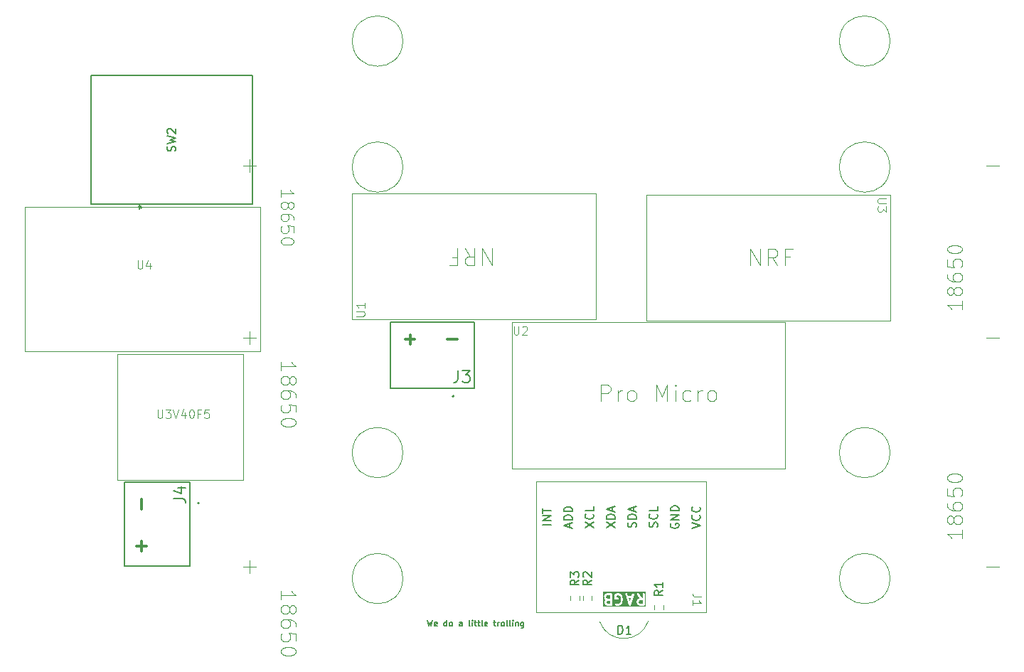
<source format=gbr>
%TF.GenerationSoftware,KiCad,Pcbnew,8.0.3*%
%TF.CreationDate,2024-06-25T13:40:25-04:00*%
%TF.ProjectId,StringsVR-SheepyHat,53747269-6e67-4735-9652-2d5368656570,rev?*%
%TF.SameCoordinates,Original*%
%TF.FileFunction,Legend,Top*%
%TF.FilePolarity,Positive*%
%FSLAX46Y46*%
G04 Gerber Fmt 4.6, Leading zero omitted, Abs format (unit mm)*
G04 Created by KiCad (PCBNEW 8.0.3) date 2024-06-25 13:40:25*
%MOMM*%
%LPD*%
G01*
G04 APERTURE LIST*
%ADD10C,0.150000*%
%ADD11C,0.100000*%
%ADD12C,0.300000*%
%ADD13C,0.250000*%
%ADD14C,0.050000*%
%ADD15C,0.152400*%
%ADD16C,0.120000*%
%ADD17C,0.127000*%
%ADD18C,0.200000*%
G04 APERTURE END LIST*
D10*
X115488684Y-128491533D02*
X115655350Y-129191533D01*
X115655350Y-129191533D02*
X115788684Y-128691533D01*
X115788684Y-128691533D02*
X115922017Y-129191533D01*
X115922017Y-129191533D02*
X116088684Y-128491533D01*
X116622017Y-129158200D02*
X116555350Y-129191533D01*
X116555350Y-129191533D02*
X116422017Y-129191533D01*
X116422017Y-129191533D02*
X116355350Y-129158200D01*
X116355350Y-129158200D02*
X116322017Y-129091533D01*
X116322017Y-129091533D02*
X116322017Y-128824866D01*
X116322017Y-128824866D02*
X116355350Y-128758200D01*
X116355350Y-128758200D02*
X116422017Y-128724866D01*
X116422017Y-128724866D02*
X116555350Y-128724866D01*
X116555350Y-128724866D02*
X116622017Y-128758200D01*
X116622017Y-128758200D02*
X116655350Y-128824866D01*
X116655350Y-128824866D02*
X116655350Y-128891533D01*
X116655350Y-128891533D02*
X116322017Y-128958200D01*
X117788683Y-129191533D02*
X117788683Y-128491533D01*
X117788683Y-129158200D02*
X117722017Y-129191533D01*
X117722017Y-129191533D02*
X117588683Y-129191533D01*
X117588683Y-129191533D02*
X117522017Y-129158200D01*
X117522017Y-129158200D02*
X117488683Y-129124866D01*
X117488683Y-129124866D02*
X117455350Y-129058200D01*
X117455350Y-129058200D02*
X117455350Y-128858200D01*
X117455350Y-128858200D02*
X117488683Y-128791533D01*
X117488683Y-128791533D02*
X117522017Y-128758200D01*
X117522017Y-128758200D02*
X117588683Y-128724866D01*
X117588683Y-128724866D02*
X117722017Y-128724866D01*
X117722017Y-128724866D02*
X117788683Y-128758200D01*
X118222016Y-129191533D02*
X118155350Y-129158200D01*
X118155350Y-129158200D02*
X118122016Y-129124866D01*
X118122016Y-129124866D02*
X118088683Y-129058200D01*
X118088683Y-129058200D02*
X118088683Y-128858200D01*
X118088683Y-128858200D02*
X118122016Y-128791533D01*
X118122016Y-128791533D02*
X118155350Y-128758200D01*
X118155350Y-128758200D02*
X118222016Y-128724866D01*
X118222016Y-128724866D02*
X118322016Y-128724866D01*
X118322016Y-128724866D02*
X118388683Y-128758200D01*
X118388683Y-128758200D02*
X118422016Y-128791533D01*
X118422016Y-128791533D02*
X118455350Y-128858200D01*
X118455350Y-128858200D02*
X118455350Y-129058200D01*
X118455350Y-129058200D02*
X118422016Y-129124866D01*
X118422016Y-129124866D02*
X118388683Y-129158200D01*
X118388683Y-129158200D02*
X118322016Y-129191533D01*
X118322016Y-129191533D02*
X118222016Y-129191533D01*
X119588682Y-129191533D02*
X119588682Y-128824866D01*
X119588682Y-128824866D02*
X119555349Y-128758200D01*
X119555349Y-128758200D02*
X119488682Y-128724866D01*
X119488682Y-128724866D02*
X119355349Y-128724866D01*
X119355349Y-128724866D02*
X119288682Y-128758200D01*
X119588682Y-129158200D02*
X119522016Y-129191533D01*
X119522016Y-129191533D02*
X119355349Y-129191533D01*
X119355349Y-129191533D02*
X119288682Y-129158200D01*
X119288682Y-129158200D02*
X119255349Y-129091533D01*
X119255349Y-129091533D02*
X119255349Y-129024866D01*
X119255349Y-129024866D02*
X119288682Y-128958200D01*
X119288682Y-128958200D02*
X119355349Y-128924866D01*
X119355349Y-128924866D02*
X119522016Y-128924866D01*
X119522016Y-128924866D02*
X119588682Y-128891533D01*
X120555348Y-129191533D02*
X120488682Y-129158200D01*
X120488682Y-129158200D02*
X120455348Y-129091533D01*
X120455348Y-129091533D02*
X120455348Y-128491533D01*
X120822015Y-129191533D02*
X120822015Y-128724866D01*
X120822015Y-128491533D02*
X120788682Y-128524866D01*
X120788682Y-128524866D02*
X120822015Y-128558200D01*
X120822015Y-128558200D02*
X120855349Y-128524866D01*
X120855349Y-128524866D02*
X120822015Y-128491533D01*
X120822015Y-128491533D02*
X120822015Y-128558200D01*
X121055348Y-128724866D02*
X121322015Y-128724866D01*
X121155348Y-128491533D02*
X121155348Y-129091533D01*
X121155348Y-129091533D02*
X121188682Y-129158200D01*
X121188682Y-129158200D02*
X121255348Y-129191533D01*
X121255348Y-129191533D02*
X121322015Y-129191533D01*
X121455348Y-128724866D02*
X121722015Y-128724866D01*
X121555348Y-128491533D02*
X121555348Y-129091533D01*
X121555348Y-129091533D02*
X121588682Y-129158200D01*
X121588682Y-129158200D02*
X121655348Y-129191533D01*
X121655348Y-129191533D02*
X121722015Y-129191533D01*
X122055348Y-129191533D02*
X121988682Y-129158200D01*
X121988682Y-129158200D02*
X121955348Y-129091533D01*
X121955348Y-129091533D02*
X121955348Y-128491533D01*
X122588682Y-129158200D02*
X122522015Y-129191533D01*
X122522015Y-129191533D02*
X122388682Y-129191533D01*
X122388682Y-129191533D02*
X122322015Y-129158200D01*
X122322015Y-129158200D02*
X122288682Y-129091533D01*
X122288682Y-129091533D02*
X122288682Y-128824866D01*
X122288682Y-128824866D02*
X122322015Y-128758200D01*
X122322015Y-128758200D02*
X122388682Y-128724866D01*
X122388682Y-128724866D02*
X122522015Y-128724866D01*
X122522015Y-128724866D02*
X122588682Y-128758200D01*
X122588682Y-128758200D02*
X122622015Y-128824866D01*
X122622015Y-128824866D02*
X122622015Y-128891533D01*
X122622015Y-128891533D02*
X122288682Y-128958200D01*
X123355348Y-128724866D02*
X123622015Y-128724866D01*
X123455348Y-128491533D02*
X123455348Y-129091533D01*
X123455348Y-129091533D02*
X123488682Y-129158200D01*
X123488682Y-129158200D02*
X123555348Y-129191533D01*
X123555348Y-129191533D02*
X123622015Y-129191533D01*
X123855348Y-129191533D02*
X123855348Y-128724866D01*
X123855348Y-128858200D02*
X123888682Y-128791533D01*
X123888682Y-128791533D02*
X123922015Y-128758200D01*
X123922015Y-128758200D02*
X123988682Y-128724866D01*
X123988682Y-128724866D02*
X124055348Y-128724866D01*
X124388681Y-129191533D02*
X124322015Y-129158200D01*
X124322015Y-129158200D02*
X124288681Y-129124866D01*
X124288681Y-129124866D02*
X124255348Y-129058200D01*
X124255348Y-129058200D02*
X124255348Y-128858200D01*
X124255348Y-128858200D02*
X124288681Y-128791533D01*
X124288681Y-128791533D02*
X124322015Y-128758200D01*
X124322015Y-128758200D02*
X124388681Y-128724866D01*
X124388681Y-128724866D02*
X124488681Y-128724866D01*
X124488681Y-128724866D02*
X124555348Y-128758200D01*
X124555348Y-128758200D02*
X124588681Y-128791533D01*
X124588681Y-128791533D02*
X124622015Y-128858200D01*
X124622015Y-128858200D02*
X124622015Y-129058200D01*
X124622015Y-129058200D02*
X124588681Y-129124866D01*
X124588681Y-129124866D02*
X124555348Y-129158200D01*
X124555348Y-129158200D02*
X124488681Y-129191533D01*
X124488681Y-129191533D02*
X124388681Y-129191533D01*
X125022014Y-129191533D02*
X124955348Y-129158200D01*
X124955348Y-129158200D02*
X124922014Y-129091533D01*
X124922014Y-129091533D02*
X124922014Y-128491533D01*
X125388681Y-129191533D02*
X125322015Y-129158200D01*
X125322015Y-129158200D02*
X125288681Y-129091533D01*
X125288681Y-129091533D02*
X125288681Y-128491533D01*
X125655348Y-129191533D02*
X125655348Y-128724866D01*
X125655348Y-128491533D02*
X125622015Y-128524866D01*
X125622015Y-128524866D02*
X125655348Y-128558200D01*
X125655348Y-128558200D02*
X125688682Y-128524866D01*
X125688682Y-128524866D02*
X125655348Y-128491533D01*
X125655348Y-128491533D02*
X125655348Y-128558200D01*
X125988681Y-128724866D02*
X125988681Y-129191533D01*
X125988681Y-128791533D02*
X126022015Y-128758200D01*
X126022015Y-128758200D02*
X126088681Y-128724866D01*
X126088681Y-128724866D02*
X126188681Y-128724866D01*
X126188681Y-128724866D02*
X126255348Y-128758200D01*
X126255348Y-128758200D02*
X126288681Y-128824866D01*
X126288681Y-128824866D02*
X126288681Y-129191533D01*
X126922014Y-128724866D02*
X126922014Y-129291533D01*
X126922014Y-129291533D02*
X126888681Y-129358200D01*
X126888681Y-129358200D02*
X126855348Y-129391533D01*
X126855348Y-129391533D02*
X126788681Y-129424866D01*
X126788681Y-129424866D02*
X126688681Y-129424866D01*
X126688681Y-129424866D02*
X126622014Y-129391533D01*
X126922014Y-129158200D02*
X126855348Y-129191533D01*
X126855348Y-129191533D02*
X126722014Y-129191533D01*
X126722014Y-129191533D02*
X126655348Y-129158200D01*
X126655348Y-129158200D02*
X126622014Y-129124866D01*
X126622014Y-129124866D02*
X126588681Y-129058200D01*
X126588681Y-129058200D02*
X126588681Y-128858200D01*
X126588681Y-128858200D02*
X126622014Y-128791533D01*
X126622014Y-128791533D02*
X126655348Y-128758200D01*
X126655348Y-128758200D02*
X126722014Y-128724866D01*
X126722014Y-128724866D02*
X126855348Y-128724866D01*
X126855348Y-128724866D02*
X126922014Y-128758200D01*
X85447200Y-72618332D02*
X85494819Y-72475475D01*
X85494819Y-72475475D02*
X85494819Y-72237380D01*
X85494819Y-72237380D02*
X85447200Y-72142142D01*
X85447200Y-72142142D02*
X85399580Y-72094523D01*
X85399580Y-72094523D02*
X85304342Y-72046904D01*
X85304342Y-72046904D02*
X85209104Y-72046904D01*
X85209104Y-72046904D02*
X85113866Y-72094523D01*
X85113866Y-72094523D02*
X85066247Y-72142142D01*
X85066247Y-72142142D02*
X85018628Y-72237380D01*
X85018628Y-72237380D02*
X84971009Y-72427856D01*
X84971009Y-72427856D02*
X84923390Y-72523094D01*
X84923390Y-72523094D02*
X84875771Y-72570713D01*
X84875771Y-72570713D02*
X84780533Y-72618332D01*
X84780533Y-72618332D02*
X84685295Y-72618332D01*
X84685295Y-72618332D02*
X84590057Y-72570713D01*
X84590057Y-72570713D02*
X84542438Y-72523094D01*
X84542438Y-72523094D02*
X84494819Y-72427856D01*
X84494819Y-72427856D02*
X84494819Y-72189761D01*
X84494819Y-72189761D02*
X84542438Y-72046904D01*
X84494819Y-71713570D02*
X85494819Y-71475475D01*
X85494819Y-71475475D02*
X84780533Y-71284999D01*
X84780533Y-71284999D02*
X85494819Y-71094523D01*
X85494819Y-71094523D02*
X84494819Y-70856428D01*
X84590057Y-70523094D02*
X84542438Y-70475475D01*
X84542438Y-70475475D02*
X84494819Y-70380237D01*
X84494819Y-70380237D02*
X84494819Y-70142142D01*
X84494819Y-70142142D02*
X84542438Y-70046904D01*
X84542438Y-70046904D02*
X84590057Y-69999285D01*
X84590057Y-69999285D02*
X84685295Y-69951666D01*
X84685295Y-69951666D02*
X84780533Y-69951666D01*
X84780533Y-69951666D02*
X84923390Y-69999285D01*
X84923390Y-69999285D02*
X85494819Y-70570713D01*
X85494819Y-70570713D02*
X85494819Y-69951666D01*
X81002319Y-79298699D02*
X81240414Y-79298699D01*
X81145176Y-79536794D02*
X81240414Y-79298699D01*
X81240414Y-79298699D02*
X81145176Y-79060604D01*
X81430890Y-79441556D02*
X81240414Y-79298699D01*
X81240414Y-79298699D02*
X81430890Y-79155842D01*
X81002319Y-79298699D02*
X81240414Y-79298699D01*
X81145176Y-79536794D02*
X81240414Y-79298699D01*
X81240414Y-79298699D02*
X81145176Y-79060604D01*
X81430890Y-79441556D02*
X81240414Y-79298699D01*
X81240414Y-79298699D02*
X81430890Y-79155842D01*
X143494819Y-124951666D02*
X143018628Y-125284999D01*
X143494819Y-125523094D02*
X142494819Y-125523094D01*
X142494819Y-125523094D02*
X142494819Y-125142142D01*
X142494819Y-125142142D02*
X142542438Y-125046904D01*
X142542438Y-125046904D02*
X142590057Y-124999285D01*
X142590057Y-124999285D02*
X142685295Y-124951666D01*
X142685295Y-124951666D02*
X142828152Y-124951666D01*
X142828152Y-124951666D02*
X142923390Y-124999285D01*
X142923390Y-124999285D02*
X142971009Y-125046904D01*
X142971009Y-125046904D02*
X143018628Y-125142142D01*
X143018628Y-125142142D02*
X143018628Y-125523094D01*
X143494819Y-123999285D02*
X143494819Y-124570713D01*
X143494819Y-124284999D02*
X142494819Y-124284999D01*
X142494819Y-124284999D02*
X142637676Y-124380237D01*
X142637676Y-124380237D02*
X142732914Y-124475475D01*
X142732914Y-124475475D02*
X142780533Y-124570713D01*
D11*
X125778095Y-93492419D02*
X125778095Y-94301942D01*
X125778095Y-94301942D02*
X125825714Y-94397180D01*
X125825714Y-94397180D02*
X125873333Y-94444800D01*
X125873333Y-94444800D02*
X125968571Y-94492419D01*
X125968571Y-94492419D02*
X126159047Y-94492419D01*
X126159047Y-94492419D02*
X126254285Y-94444800D01*
X126254285Y-94444800D02*
X126301904Y-94397180D01*
X126301904Y-94397180D02*
X126349523Y-94301942D01*
X126349523Y-94301942D02*
X126349523Y-93492419D01*
X126778095Y-93587657D02*
X126825714Y-93540038D01*
X126825714Y-93540038D02*
X126920952Y-93492419D01*
X126920952Y-93492419D02*
X127159047Y-93492419D01*
X127159047Y-93492419D02*
X127254285Y-93540038D01*
X127254285Y-93540038D02*
X127301904Y-93587657D01*
X127301904Y-93587657D02*
X127349523Y-93682895D01*
X127349523Y-93682895D02*
X127349523Y-93778133D01*
X127349523Y-93778133D02*
X127301904Y-93920990D01*
X127301904Y-93920990D02*
X126730476Y-94492419D01*
X126730476Y-94492419D02*
X127349523Y-94492419D01*
X136131979Y-102435038D02*
X136131979Y-100435038D01*
X136131979Y-100435038D02*
X136893884Y-100435038D01*
X136893884Y-100435038D02*
X137084360Y-100530276D01*
X137084360Y-100530276D02*
X137179598Y-100625514D01*
X137179598Y-100625514D02*
X137274836Y-100815990D01*
X137274836Y-100815990D02*
X137274836Y-101101704D01*
X137274836Y-101101704D02*
X137179598Y-101292180D01*
X137179598Y-101292180D02*
X137084360Y-101387419D01*
X137084360Y-101387419D02*
X136893884Y-101482657D01*
X136893884Y-101482657D02*
X136131979Y-101482657D01*
X138131979Y-102435038D02*
X138131979Y-101101704D01*
X138131979Y-101482657D02*
X138227217Y-101292180D01*
X138227217Y-101292180D02*
X138322455Y-101196942D01*
X138322455Y-101196942D02*
X138512931Y-101101704D01*
X138512931Y-101101704D02*
X138703408Y-101101704D01*
X139655788Y-102435038D02*
X139465312Y-102339800D01*
X139465312Y-102339800D02*
X139370074Y-102244561D01*
X139370074Y-102244561D02*
X139274836Y-102054085D01*
X139274836Y-102054085D02*
X139274836Y-101482657D01*
X139274836Y-101482657D02*
X139370074Y-101292180D01*
X139370074Y-101292180D02*
X139465312Y-101196942D01*
X139465312Y-101196942D02*
X139655788Y-101101704D01*
X139655788Y-101101704D02*
X139941503Y-101101704D01*
X139941503Y-101101704D02*
X140131979Y-101196942D01*
X140131979Y-101196942D02*
X140227217Y-101292180D01*
X140227217Y-101292180D02*
X140322455Y-101482657D01*
X140322455Y-101482657D02*
X140322455Y-102054085D01*
X140322455Y-102054085D02*
X140227217Y-102244561D01*
X140227217Y-102244561D02*
X140131979Y-102339800D01*
X140131979Y-102339800D02*
X139941503Y-102435038D01*
X139941503Y-102435038D02*
X139655788Y-102435038D01*
X142703408Y-102435038D02*
X142703408Y-100435038D01*
X142703408Y-100435038D02*
X143370075Y-101863609D01*
X143370075Y-101863609D02*
X144036741Y-100435038D01*
X144036741Y-100435038D02*
X144036741Y-102435038D01*
X144989122Y-102435038D02*
X144989122Y-101101704D01*
X144989122Y-100435038D02*
X144893884Y-100530276D01*
X144893884Y-100530276D02*
X144989122Y-100625514D01*
X144989122Y-100625514D02*
X145084360Y-100530276D01*
X145084360Y-100530276D02*
X144989122Y-100435038D01*
X144989122Y-100435038D02*
X144989122Y-100625514D01*
X146798646Y-102339800D02*
X146608170Y-102435038D01*
X146608170Y-102435038D02*
X146227217Y-102435038D01*
X146227217Y-102435038D02*
X146036741Y-102339800D01*
X146036741Y-102339800D02*
X145941503Y-102244561D01*
X145941503Y-102244561D02*
X145846265Y-102054085D01*
X145846265Y-102054085D02*
X145846265Y-101482657D01*
X145846265Y-101482657D02*
X145941503Y-101292180D01*
X145941503Y-101292180D02*
X146036741Y-101196942D01*
X146036741Y-101196942D02*
X146227217Y-101101704D01*
X146227217Y-101101704D02*
X146608170Y-101101704D01*
X146608170Y-101101704D02*
X146798646Y-101196942D01*
X147655789Y-102435038D02*
X147655789Y-101101704D01*
X147655789Y-101482657D02*
X147751027Y-101292180D01*
X147751027Y-101292180D02*
X147846265Y-101196942D01*
X147846265Y-101196942D02*
X148036741Y-101101704D01*
X148036741Y-101101704D02*
X148227218Y-101101704D01*
X149179598Y-102435038D02*
X148989122Y-102339800D01*
X148989122Y-102339800D02*
X148893884Y-102244561D01*
X148893884Y-102244561D02*
X148798646Y-102054085D01*
X148798646Y-102054085D02*
X148798646Y-101482657D01*
X148798646Y-101482657D02*
X148893884Y-101292180D01*
X148893884Y-101292180D02*
X148989122Y-101196942D01*
X148989122Y-101196942D02*
X149179598Y-101101704D01*
X149179598Y-101101704D02*
X149465313Y-101101704D01*
X149465313Y-101101704D02*
X149655789Y-101196942D01*
X149655789Y-101196942D02*
X149751027Y-101292180D01*
X149751027Y-101292180D02*
X149846265Y-101482657D01*
X149846265Y-101482657D02*
X149846265Y-102054085D01*
X149846265Y-102054085D02*
X149751027Y-102244561D01*
X149751027Y-102244561D02*
X149655789Y-102339800D01*
X149655789Y-102339800D02*
X149465313Y-102435038D01*
X149465313Y-102435038D02*
X149179598Y-102435038D01*
X148082580Y-125701666D02*
X147368295Y-125701666D01*
X147368295Y-125701666D02*
X147225438Y-125654047D01*
X147225438Y-125654047D02*
X147130200Y-125558809D01*
X147130200Y-125558809D02*
X147082580Y-125415952D01*
X147082580Y-125415952D02*
X147082580Y-125320714D01*
X147082580Y-126701666D02*
X147082580Y-126130238D01*
X147082580Y-126415952D02*
X148082580Y-126415952D01*
X148082580Y-126415952D02*
X147939723Y-126320714D01*
X147939723Y-126320714D02*
X147844485Y-126225476D01*
X147844485Y-126225476D02*
X147796866Y-126130238D01*
D10*
X140286057Y-117427710D02*
X140333676Y-117284853D01*
X140333676Y-117284853D02*
X140333676Y-117046758D01*
X140333676Y-117046758D02*
X140286057Y-116951520D01*
X140286057Y-116951520D02*
X140238437Y-116903901D01*
X140238437Y-116903901D02*
X140143199Y-116856282D01*
X140143199Y-116856282D02*
X140047961Y-116856282D01*
X140047961Y-116856282D02*
X139952723Y-116903901D01*
X139952723Y-116903901D02*
X139905104Y-116951520D01*
X139905104Y-116951520D02*
X139857485Y-117046758D01*
X139857485Y-117046758D02*
X139809866Y-117237234D01*
X139809866Y-117237234D02*
X139762247Y-117332472D01*
X139762247Y-117332472D02*
X139714628Y-117380091D01*
X139714628Y-117380091D02*
X139619390Y-117427710D01*
X139619390Y-117427710D02*
X139524152Y-117427710D01*
X139524152Y-117427710D02*
X139428914Y-117380091D01*
X139428914Y-117380091D02*
X139381295Y-117332472D01*
X139381295Y-117332472D02*
X139333676Y-117237234D01*
X139333676Y-117237234D02*
X139333676Y-116999139D01*
X139333676Y-116999139D02*
X139381295Y-116856282D01*
X140333676Y-116427710D02*
X139333676Y-116427710D01*
X139333676Y-116427710D02*
X139333676Y-116189615D01*
X139333676Y-116189615D02*
X139381295Y-116046758D01*
X139381295Y-116046758D02*
X139476533Y-115951520D01*
X139476533Y-115951520D02*
X139571771Y-115903901D01*
X139571771Y-115903901D02*
X139762247Y-115856282D01*
X139762247Y-115856282D02*
X139905104Y-115856282D01*
X139905104Y-115856282D02*
X140095580Y-115903901D01*
X140095580Y-115903901D02*
X140190818Y-115951520D01*
X140190818Y-115951520D02*
X140286057Y-116046758D01*
X140286057Y-116046758D02*
X140333676Y-116189615D01*
X140333676Y-116189615D02*
X140333676Y-116427710D01*
X140047961Y-115475329D02*
X140047961Y-114999139D01*
X140333676Y-115570567D02*
X139333676Y-115237234D01*
X139333676Y-115237234D02*
X140333676Y-114903901D01*
X142826057Y-117403900D02*
X142873676Y-117261043D01*
X142873676Y-117261043D02*
X142873676Y-117022948D01*
X142873676Y-117022948D02*
X142826057Y-116927710D01*
X142826057Y-116927710D02*
X142778437Y-116880091D01*
X142778437Y-116880091D02*
X142683199Y-116832472D01*
X142683199Y-116832472D02*
X142587961Y-116832472D01*
X142587961Y-116832472D02*
X142492723Y-116880091D01*
X142492723Y-116880091D02*
X142445104Y-116927710D01*
X142445104Y-116927710D02*
X142397485Y-117022948D01*
X142397485Y-117022948D02*
X142349866Y-117213424D01*
X142349866Y-117213424D02*
X142302247Y-117308662D01*
X142302247Y-117308662D02*
X142254628Y-117356281D01*
X142254628Y-117356281D02*
X142159390Y-117403900D01*
X142159390Y-117403900D02*
X142064152Y-117403900D01*
X142064152Y-117403900D02*
X141968914Y-117356281D01*
X141968914Y-117356281D02*
X141921295Y-117308662D01*
X141921295Y-117308662D02*
X141873676Y-117213424D01*
X141873676Y-117213424D02*
X141873676Y-116975329D01*
X141873676Y-116975329D02*
X141921295Y-116832472D01*
X142778437Y-115832472D02*
X142826057Y-115880091D01*
X142826057Y-115880091D02*
X142873676Y-116022948D01*
X142873676Y-116022948D02*
X142873676Y-116118186D01*
X142873676Y-116118186D02*
X142826057Y-116261043D01*
X142826057Y-116261043D02*
X142730818Y-116356281D01*
X142730818Y-116356281D02*
X142635580Y-116403900D01*
X142635580Y-116403900D02*
X142445104Y-116451519D01*
X142445104Y-116451519D02*
X142302247Y-116451519D01*
X142302247Y-116451519D02*
X142111771Y-116403900D01*
X142111771Y-116403900D02*
X142016533Y-116356281D01*
X142016533Y-116356281D02*
X141921295Y-116261043D01*
X141921295Y-116261043D02*
X141873676Y-116118186D01*
X141873676Y-116118186D02*
X141873676Y-116022948D01*
X141873676Y-116022948D02*
X141921295Y-115880091D01*
X141921295Y-115880091D02*
X141968914Y-115832472D01*
X142873676Y-114927710D02*
X142873676Y-115403900D01*
X142873676Y-115403900D02*
X141873676Y-115403900D01*
X130173676Y-117118186D02*
X129173676Y-117118186D01*
X130173676Y-116641996D02*
X129173676Y-116641996D01*
X129173676Y-116641996D02*
X130173676Y-116070568D01*
X130173676Y-116070568D02*
X129173676Y-116070568D01*
X129173676Y-115737234D02*
X129173676Y-115165806D01*
X130173676Y-115451520D02*
X129173676Y-115451520D01*
X132427961Y-117451519D02*
X132427961Y-116975329D01*
X132713676Y-117546757D02*
X131713676Y-117213424D01*
X131713676Y-117213424D02*
X132713676Y-116880091D01*
X132713676Y-116546757D02*
X131713676Y-116546757D01*
X131713676Y-116546757D02*
X131713676Y-116308662D01*
X131713676Y-116308662D02*
X131761295Y-116165805D01*
X131761295Y-116165805D02*
X131856533Y-116070567D01*
X131856533Y-116070567D02*
X131951771Y-116022948D01*
X131951771Y-116022948D02*
X132142247Y-115975329D01*
X132142247Y-115975329D02*
X132285104Y-115975329D01*
X132285104Y-115975329D02*
X132475580Y-116022948D01*
X132475580Y-116022948D02*
X132570818Y-116070567D01*
X132570818Y-116070567D02*
X132666057Y-116165805D01*
X132666057Y-116165805D02*
X132713676Y-116308662D01*
X132713676Y-116308662D02*
X132713676Y-116546757D01*
X132713676Y-115546757D02*
X131713676Y-115546757D01*
X131713676Y-115546757D02*
X131713676Y-115308662D01*
X131713676Y-115308662D02*
X131761295Y-115165805D01*
X131761295Y-115165805D02*
X131856533Y-115070567D01*
X131856533Y-115070567D02*
X131951771Y-115022948D01*
X131951771Y-115022948D02*
X132142247Y-114975329D01*
X132142247Y-114975329D02*
X132285104Y-114975329D01*
X132285104Y-114975329D02*
X132475580Y-115022948D01*
X132475580Y-115022948D02*
X132570818Y-115070567D01*
X132570818Y-115070567D02*
X132666057Y-115165805D01*
X132666057Y-115165805D02*
X132713676Y-115308662D01*
X132713676Y-115308662D02*
X132713676Y-115546757D01*
X144461295Y-116975329D02*
X144413676Y-117070567D01*
X144413676Y-117070567D02*
X144413676Y-117213424D01*
X144413676Y-117213424D02*
X144461295Y-117356281D01*
X144461295Y-117356281D02*
X144556533Y-117451519D01*
X144556533Y-117451519D02*
X144651771Y-117499138D01*
X144651771Y-117499138D02*
X144842247Y-117546757D01*
X144842247Y-117546757D02*
X144985104Y-117546757D01*
X144985104Y-117546757D02*
X145175580Y-117499138D01*
X145175580Y-117499138D02*
X145270818Y-117451519D01*
X145270818Y-117451519D02*
X145366057Y-117356281D01*
X145366057Y-117356281D02*
X145413676Y-117213424D01*
X145413676Y-117213424D02*
X145413676Y-117118186D01*
X145413676Y-117118186D02*
X145366057Y-116975329D01*
X145366057Y-116975329D02*
X145318437Y-116927710D01*
X145318437Y-116927710D02*
X144985104Y-116927710D01*
X144985104Y-116927710D02*
X144985104Y-117118186D01*
X145413676Y-116499138D02*
X144413676Y-116499138D01*
X144413676Y-116499138D02*
X145413676Y-115927710D01*
X145413676Y-115927710D02*
X144413676Y-115927710D01*
X145413676Y-115451519D02*
X144413676Y-115451519D01*
X144413676Y-115451519D02*
X144413676Y-115213424D01*
X144413676Y-115213424D02*
X144461295Y-115070567D01*
X144461295Y-115070567D02*
X144556533Y-114975329D01*
X144556533Y-114975329D02*
X144651771Y-114927710D01*
X144651771Y-114927710D02*
X144842247Y-114880091D01*
X144842247Y-114880091D02*
X144985104Y-114880091D01*
X144985104Y-114880091D02*
X145175580Y-114927710D01*
X145175580Y-114927710D02*
X145270818Y-114975329D01*
X145270818Y-114975329D02*
X145366057Y-115070567D01*
X145366057Y-115070567D02*
X145413676Y-115213424D01*
X145413676Y-115213424D02*
X145413676Y-115451519D01*
X134253676Y-117451519D02*
X135253676Y-116784853D01*
X134253676Y-116784853D02*
X135253676Y-117451519D01*
X135158437Y-115832472D02*
X135206057Y-115880091D01*
X135206057Y-115880091D02*
X135253676Y-116022948D01*
X135253676Y-116022948D02*
X135253676Y-116118186D01*
X135253676Y-116118186D02*
X135206057Y-116261043D01*
X135206057Y-116261043D02*
X135110818Y-116356281D01*
X135110818Y-116356281D02*
X135015580Y-116403900D01*
X135015580Y-116403900D02*
X134825104Y-116451519D01*
X134825104Y-116451519D02*
X134682247Y-116451519D01*
X134682247Y-116451519D02*
X134491771Y-116403900D01*
X134491771Y-116403900D02*
X134396533Y-116356281D01*
X134396533Y-116356281D02*
X134301295Y-116261043D01*
X134301295Y-116261043D02*
X134253676Y-116118186D01*
X134253676Y-116118186D02*
X134253676Y-116022948D01*
X134253676Y-116022948D02*
X134301295Y-115880091D01*
X134301295Y-115880091D02*
X134348914Y-115832472D01*
X135253676Y-114927710D02*
X135253676Y-115403900D01*
X135253676Y-115403900D02*
X134253676Y-115403900D01*
X136793676Y-117475329D02*
X137793676Y-116808663D01*
X136793676Y-116808663D02*
X137793676Y-117475329D01*
X137793676Y-116427710D02*
X136793676Y-116427710D01*
X136793676Y-116427710D02*
X136793676Y-116189615D01*
X136793676Y-116189615D02*
X136841295Y-116046758D01*
X136841295Y-116046758D02*
X136936533Y-115951520D01*
X136936533Y-115951520D02*
X137031771Y-115903901D01*
X137031771Y-115903901D02*
X137222247Y-115856282D01*
X137222247Y-115856282D02*
X137365104Y-115856282D01*
X137365104Y-115856282D02*
X137555580Y-115903901D01*
X137555580Y-115903901D02*
X137650818Y-115951520D01*
X137650818Y-115951520D02*
X137746057Y-116046758D01*
X137746057Y-116046758D02*
X137793676Y-116189615D01*
X137793676Y-116189615D02*
X137793676Y-116427710D01*
X137507961Y-115475329D02*
X137507961Y-114999139D01*
X137793676Y-115570567D02*
X136793676Y-115237234D01*
X136793676Y-115237234D02*
X137793676Y-114903901D01*
X146953676Y-117546757D02*
X147953676Y-117213424D01*
X147953676Y-117213424D02*
X146953676Y-116880091D01*
X147858437Y-115975329D02*
X147906057Y-116022948D01*
X147906057Y-116022948D02*
X147953676Y-116165805D01*
X147953676Y-116165805D02*
X147953676Y-116261043D01*
X147953676Y-116261043D02*
X147906057Y-116403900D01*
X147906057Y-116403900D02*
X147810818Y-116499138D01*
X147810818Y-116499138D02*
X147715580Y-116546757D01*
X147715580Y-116546757D02*
X147525104Y-116594376D01*
X147525104Y-116594376D02*
X147382247Y-116594376D01*
X147382247Y-116594376D02*
X147191771Y-116546757D01*
X147191771Y-116546757D02*
X147096533Y-116499138D01*
X147096533Y-116499138D02*
X147001295Y-116403900D01*
X147001295Y-116403900D02*
X146953676Y-116261043D01*
X146953676Y-116261043D02*
X146953676Y-116165805D01*
X146953676Y-116165805D02*
X147001295Y-116022948D01*
X147001295Y-116022948D02*
X147048914Y-115975329D01*
X147858437Y-114975329D02*
X147906057Y-115022948D01*
X147906057Y-115022948D02*
X147953676Y-115165805D01*
X147953676Y-115165805D02*
X147953676Y-115261043D01*
X147953676Y-115261043D02*
X147906057Y-115403900D01*
X147906057Y-115403900D02*
X147810818Y-115499138D01*
X147810818Y-115499138D02*
X147715580Y-115546757D01*
X147715580Y-115546757D02*
X147525104Y-115594376D01*
X147525104Y-115594376D02*
X147382247Y-115594376D01*
X147382247Y-115594376D02*
X147191771Y-115546757D01*
X147191771Y-115546757D02*
X147096533Y-115499138D01*
X147096533Y-115499138D02*
X147001295Y-115403900D01*
X147001295Y-115403900D02*
X146953676Y-115261043D01*
X146953676Y-115261043D02*
X146953676Y-115165805D01*
X146953676Y-115165805D02*
X147001295Y-115022948D01*
X147001295Y-115022948D02*
X147048914Y-114975329D01*
X134994819Y-123701666D02*
X134518628Y-124034999D01*
X134994819Y-124273094D02*
X133994819Y-124273094D01*
X133994819Y-124273094D02*
X133994819Y-123892142D01*
X133994819Y-123892142D02*
X134042438Y-123796904D01*
X134042438Y-123796904D02*
X134090057Y-123749285D01*
X134090057Y-123749285D02*
X134185295Y-123701666D01*
X134185295Y-123701666D02*
X134328152Y-123701666D01*
X134328152Y-123701666D02*
X134423390Y-123749285D01*
X134423390Y-123749285D02*
X134471009Y-123796904D01*
X134471009Y-123796904D02*
X134518628Y-123892142D01*
X134518628Y-123892142D02*
X134518628Y-124273094D01*
X134090057Y-123320713D02*
X134042438Y-123273094D01*
X134042438Y-123273094D02*
X133994819Y-123177856D01*
X133994819Y-123177856D02*
X133994819Y-122939761D01*
X133994819Y-122939761D02*
X134042438Y-122844523D01*
X134042438Y-122844523D02*
X134090057Y-122796904D01*
X134090057Y-122796904D02*
X134185295Y-122749285D01*
X134185295Y-122749285D02*
X134280533Y-122749285D01*
X134280533Y-122749285D02*
X134423390Y-122796904D01*
X134423390Y-122796904D02*
X134994819Y-123368332D01*
X134994819Y-123368332D02*
X134994819Y-122749285D01*
X119123333Y-98774866D02*
X119123333Y-99774866D01*
X119123333Y-99774866D02*
X119056666Y-99974866D01*
X119056666Y-99974866D02*
X118923333Y-100108200D01*
X118923333Y-100108200D02*
X118723333Y-100174866D01*
X118723333Y-100174866D02*
X118590000Y-100174866D01*
X119656667Y-98774866D02*
X120523333Y-98774866D01*
X120523333Y-98774866D02*
X120056667Y-99308200D01*
X120056667Y-99308200D02*
X120256667Y-99308200D01*
X120256667Y-99308200D02*
X120390000Y-99374866D01*
X120390000Y-99374866D02*
X120456667Y-99441533D01*
X120456667Y-99441533D02*
X120523333Y-99574866D01*
X120523333Y-99574866D02*
X120523333Y-99908200D01*
X120523333Y-99908200D02*
X120456667Y-100041533D01*
X120456667Y-100041533D02*
X120390000Y-100108200D01*
X120390000Y-100108200D02*
X120256667Y-100174866D01*
X120256667Y-100174866D02*
X119856667Y-100174866D01*
X119856667Y-100174866D02*
X119723333Y-100108200D01*
X119723333Y-100108200D02*
X119656667Y-100041533D01*
D12*
X118985489Y-95055600D02*
X117842632Y-95055600D01*
X113985489Y-95055600D02*
X112842632Y-95055600D01*
X113414060Y-94484171D02*
X113414060Y-95627028D01*
D11*
X95048020Y-122146866D02*
X93524211Y-122146866D01*
X94286115Y-121384961D02*
X94286115Y-122908771D01*
X98059365Y-126034122D02*
X98059365Y-125034122D01*
X98059365Y-125534122D02*
X99809365Y-125534122D01*
X99809365Y-125534122D02*
X99559365Y-125367455D01*
X99559365Y-125367455D02*
X99392699Y-125200789D01*
X99392699Y-125200789D02*
X99309365Y-125034122D01*
X99059365Y-127034122D02*
X99142699Y-126867456D01*
X99142699Y-126867456D02*
X99226032Y-126784122D01*
X99226032Y-126784122D02*
X99392699Y-126700789D01*
X99392699Y-126700789D02*
X99476032Y-126700789D01*
X99476032Y-126700789D02*
X99642699Y-126784122D01*
X99642699Y-126784122D02*
X99726032Y-126867456D01*
X99726032Y-126867456D02*
X99809365Y-127034122D01*
X99809365Y-127034122D02*
X99809365Y-127367456D01*
X99809365Y-127367456D02*
X99726032Y-127534122D01*
X99726032Y-127534122D02*
X99642699Y-127617456D01*
X99642699Y-127617456D02*
X99476032Y-127700789D01*
X99476032Y-127700789D02*
X99392699Y-127700789D01*
X99392699Y-127700789D02*
X99226032Y-127617456D01*
X99226032Y-127617456D02*
X99142699Y-127534122D01*
X99142699Y-127534122D02*
X99059365Y-127367456D01*
X99059365Y-127367456D02*
X99059365Y-127034122D01*
X99059365Y-127034122D02*
X98976032Y-126867456D01*
X98976032Y-126867456D02*
X98892699Y-126784122D01*
X98892699Y-126784122D02*
X98726032Y-126700789D01*
X98726032Y-126700789D02*
X98392699Y-126700789D01*
X98392699Y-126700789D02*
X98226032Y-126784122D01*
X98226032Y-126784122D02*
X98142699Y-126867456D01*
X98142699Y-126867456D02*
X98059365Y-127034122D01*
X98059365Y-127034122D02*
X98059365Y-127367456D01*
X98059365Y-127367456D02*
X98142699Y-127534122D01*
X98142699Y-127534122D02*
X98226032Y-127617456D01*
X98226032Y-127617456D02*
X98392699Y-127700789D01*
X98392699Y-127700789D02*
X98726032Y-127700789D01*
X98726032Y-127700789D02*
X98892699Y-127617456D01*
X98892699Y-127617456D02*
X98976032Y-127534122D01*
X98976032Y-127534122D02*
X99059365Y-127367456D01*
X99809365Y-129200789D02*
X99809365Y-128867456D01*
X99809365Y-128867456D02*
X99726032Y-128700789D01*
X99726032Y-128700789D02*
X99642699Y-128617456D01*
X99642699Y-128617456D02*
X99392699Y-128450789D01*
X99392699Y-128450789D02*
X99059365Y-128367456D01*
X99059365Y-128367456D02*
X98392699Y-128367456D01*
X98392699Y-128367456D02*
X98226032Y-128450789D01*
X98226032Y-128450789D02*
X98142699Y-128534123D01*
X98142699Y-128534123D02*
X98059365Y-128700789D01*
X98059365Y-128700789D02*
X98059365Y-129034123D01*
X98059365Y-129034123D02*
X98142699Y-129200789D01*
X98142699Y-129200789D02*
X98226032Y-129284123D01*
X98226032Y-129284123D02*
X98392699Y-129367456D01*
X98392699Y-129367456D02*
X98809365Y-129367456D01*
X98809365Y-129367456D02*
X98976032Y-129284123D01*
X98976032Y-129284123D02*
X99059365Y-129200789D01*
X99059365Y-129200789D02*
X99142699Y-129034123D01*
X99142699Y-129034123D02*
X99142699Y-128700789D01*
X99142699Y-128700789D02*
X99059365Y-128534123D01*
X99059365Y-128534123D02*
X98976032Y-128450789D01*
X98976032Y-128450789D02*
X98809365Y-128367456D01*
X99809365Y-130950790D02*
X99809365Y-130117456D01*
X99809365Y-130117456D02*
X98976032Y-130034123D01*
X98976032Y-130034123D02*
X99059365Y-130117456D01*
X99059365Y-130117456D02*
X99142699Y-130284123D01*
X99142699Y-130284123D02*
X99142699Y-130700790D01*
X99142699Y-130700790D02*
X99059365Y-130867456D01*
X99059365Y-130867456D02*
X98976032Y-130950790D01*
X98976032Y-130950790D02*
X98809365Y-131034123D01*
X98809365Y-131034123D02*
X98392699Y-131034123D01*
X98392699Y-131034123D02*
X98226032Y-130950790D01*
X98226032Y-130950790D02*
X98142699Y-130867456D01*
X98142699Y-130867456D02*
X98059365Y-130700790D01*
X98059365Y-130700790D02*
X98059365Y-130284123D01*
X98059365Y-130284123D02*
X98142699Y-130117456D01*
X98142699Y-130117456D02*
X98226032Y-130034123D01*
X99809365Y-132117457D02*
X99809365Y-132284123D01*
X99809365Y-132284123D02*
X99726032Y-132450790D01*
X99726032Y-132450790D02*
X99642699Y-132534123D01*
X99642699Y-132534123D02*
X99476032Y-132617457D01*
X99476032Y-132617457D02*
X99142699Y-132700790D01*
X99142699Y-132700790D02*
X98726032Y-132700790D01*
X98726032Y-132700790D02*
X98392699Y-132617457D01*
X98392699Y-132617457D02*
X98226032Y-132534123D01*
X98226032Y-132534123D02*
X98142699Y-132450790D01*
X98142699Y-132450790D02*
X98059365Y-132284123D01*
X98059365Y-132284123D02*
X98059365Y-132117457D01*
X98059365Y-132117457D02*
X98142699Y-131950790D01*
X98142699Y-131950790D02*
X98226032Y-131867457D01*
X98226032Y-131867457D02*
X98392699Y-131784123D01*
X98392699Y-131784123D02*
X98726032Y-131700790D01*
X98726032Y-131700790D02*
X99142699Y-131700790D01*
X99142699Y-131700790D02*
X99476032Y-131784123D01*
X99476032Y-131784123D02*
X99642699Y-131867457D01*
X99642699Y-131867457D02*
X99726032Y-131950790D01*
X99726032Y-131950790D02*
X99809365Y-132117457D01*
X179120634Y-117735877D02*
X179120634Y-118735877D01*
X179120634Y-118235877D02*
X177370634Y-118235877D01*
X177370634Y-118235877D02*
X177620634Y-118402544D01*
X177620634Y-118402544D02*
X177787301Y-118569211D01*
X177787301Y-118569211D02*
X177870634Y-118735877D01*
X178120634Y-116735877D02*
X178037301Y-116902544D01*
X178037301Y-116902544D02*
X177953967Y-116985877D01*
X177953967Y-116985877D02*
X177787301Y-117069210D01*
X177787301Y-117069210D02*
X177703967Y-117069210D01*
X177703967Y-117069210D02*
X177537301Y-116985877D01*
X177537301Y-116985877D02*
X177453967Y-116902544D01*
X177453967Y-116902544D02*
X177370634Y-116735877D01*
X177370634Y-116735877D02*
X177370634Y-116402544D01*
X177370634Y-116402544D02*
X177453967Y-116235877D01*
X177453967Y-116235877D02*
X177537301Y-116152544D01*
X177537301Y-116152544D02*
X177703967Y-116069210D01*
X177703967Y-116069210D02*
X177787301Y-116069210D01*
X177787301Y-116069210D02*
X177953967Y-116152544D01*
X177953967Y-116152544D02*
X178037301Y-116235877D01*
X178037301Y-116235877D02*
X178120634Y-116402544D01*
X178120634Y-116402544D02*
X178120634Y-116735877D01*
X178120634Y-116735877D02*
X178203967Y-116902544D01*
X178203967Y-116902544D02*
X178287301Y-116985877D01*
X178287301Y-116985877D02*
X178453967Y-117069210D01*
X178453967Y-117069210D02*
X178787301Y-117069210D01*
X178787301Y-117069210D02*
X178953967Y-116985877D01*
X178953967Y-116985877D02*
X179037301Y-116902544D01*
X179037301Y-116902544D02*
X179120634Y-116735877D01*
X179120634Y-116735877D02*
X179120634Y-116402544D01*
X179120634Y-116402544D02*
X179037301Y-116235877D01*
X179037301Y-116235877D02*
X178953967Y-116152544D01*
X178953967Y-116152544D02*
X178787301Y-116069210D01*
X178787301Y-116069210D02*
X178453967Y-116069210D01*
X178453967Y-116069210D02*
X178287301Y-116152544D01*
X178287301Y-116152544D02*
X178203967Y-116235877D01*
X178203967Y-116235877D02*
X178120634Y-116402544D01*
X177370634Y-114569210D02*
X177370634Y-114902543D01*
X177370634Y-114902543D02*
X177453967Y-115069210D01*
X177453967Y-115069210D02*
X177537301Y-115152543D01*
X177537301Y-115152543D02*
X177787301Y-115319210D01*
X177787301Y-115319210D02*
X178120634Y-115402543D01*
X178120634Y-115402543D02*
X178787301Y-115402543D01*
X178787301Y-115402543D02*
X178953967Y-115319210D01*
X178953967Y-115319210D02*
X179037301Y-115235877D01*
X179037301Y-115235877D02*
X179120634Y-115069210D01*
X179120634Y-115069210D02*
X179120634Y-114735877D01*
X179120634Y-114735877D02*
X179037301Y-114569210D01*
X179037301Y-114569210D02*
X178953967Y-114485877D01*
X178953967Y-114485877D02*
X178787301Y-114402543D01*
X178787301Y-114402543D02*
X178370634Y-114402543D01*
X178370634Y-114402543D02*
X178203967Y-114485877D01*
X178203967Y-114485877D02*
X178120634Y-114569210D01*
X178120634Y-114569210D02*
X178037301Y-114735877D01*
X178037301Y-114735877D02*
X178037301Y-115069210D01*
X178037301Y-115069210D02*
X178120634Y-115235877D01*
X178120634Y-115235877D02*
X178203967Y-115319210D01*
X178203967Y-115319210D02*
X178370634Y-115402543D01*
X177370634Y-112819210D02*
X177370634Y-113652543D01*
X177370634Y-113652543D02*
X178203967Y-113735876D01*
X178203967Y-113735876D02*
X178120634Y-113652543D01*
X178120634Y-113652543D02*
X178037301Y-113485876D01*
X178037301Y-113485876D02*
X178037301Y-113069210D01*
X178037301Y-113069210D02*
X178120634Y-112902543D01*
X178120634Y-112902543D02*
X178203967Y-112819210D01*
X178203967Y-112819210D02*
X178370634Y-112735876D01*
X178370634Y-112735876D02*
X178787301Y-112735876D01*
X178787301Y-112735876D02*
X178953967Y-112819210D01*
X178953967Y-112819210D02*
X179037301Y-112902543D01*
X179037301Y-112902543D02*
X179120634Y-113069210D01*
X179120634Y-113069210D02*
X179120634Y-113485876D01*
X179120634Y-113485876D02*
X179037301Y-113652543D01*
X179037301Y-113652543D02*
X178953967Y-113735876D01*
X177370634Y-111652543D02*
X177370634Y-111485876D01*
X177370634Y-111485876D02*
X177453967Y-111319209D01*
X177453967Y-111319209D02*
X177537301Y-111235876D01*
X177537301Y-111235876D02*
X177703967Y-111152543D01*
X177703967Y-111152543D02*
X178037301Y-111069209D01*
X178037301Y-111069209D02*
X178453967Y-111069209D01*
X178453967Y-111069209D02*
X178787301Y-111152543D01*
X178787301Y-111152543D02*
X178953967Y-111235876D01*
X178953967Y-111235876D02*
X179037301Y-111319209D01*
X179037301Y-111319209D02*
X179120634Y-111485876D01*
X179120634Y-111485876D02*
X179120634Y-111652543D01*
X179120634Y-111652543D02*
X179037301Y-111819209D01*
X179037301Y-111819209D02*
X178953967Y-111902543D01*
X178953967Y-111902543D02*
X178787301Y-111985876D01*
X178787301Y-111985876D02*
X178453967Y-112069209D01*
X178453967Y-112069209D02*
X178037301Y-112069209D01*
X178037301Y-112069209D02*
X177703967Y-111985876D01*
X177703967Y-111985876D02*
X177537301Y-111902543D01*
X177537301Y-111902543D02*
X177453967Y-111819209D01*
X177453967Y-111819209D02*
X177370634Y-111652543D01*
X183548020Y-122146866D02*
X182024211Y-122146866D01*
D10*
X85279866Y-114001666D02*
X86279866Y-114001666D01*
X86279866Y-114001666D02*
X86479866Y-114068333D01*
X86479866Y-114068333D02*
X86613200Y-114201666D01*
X86613200Y-114201666D02*
X86679866Y-114401666D01*
X86679866Y-114401666D02*
X86679866Y-114535000D01*
X85746533Y-112734999D02*
X86679866Y-112734999D01*
X85213200Y-113068333D02*
X86213200Y-113401666D01*
X86213200Y-113401666D02*
X86213200Y-112534999D01*
D12*
X81423100Y-114089510D02*
X81423100Y-115232368D01*
X81423100Y-119089510D02*
X81423100Y-120232368D01*
X80851671Y-119660939D02*
X81994528Y-119660939D01*
D11*
X98028771Y-78093646D02*
X98028771Y-77236503D01*
X98028771Y-77665074D02*
X99528771Y-77665074D01*
X99528771Y-77665074D02*
X99314485Y-77522217D01*
X99314485Y-77522217D02*
X99171628Y-77379360D01*
X99171628Y-77379360D02*
X99100200Y-77236503D01*
X98885914Y-78950788D02*
X98957342Y-78807931D01*
X98957342Y-78807931D02*
X99028771Y-78736502D01*
X99028771Y-78736502D02*
X99171628Y-78665074D01*
X99171628Y-78665074D02*
X99243057Y-78665074D01*
X99243057Y-78665074D02*
X99385914Y-78736502D01*
X99385914Y-78736502D02*
X99457342Y-78807931D01*
X99457342Y-78807931D02*
X99528771Y-78950788D01*
X99528771Y-78950788D02*
X99528771Y-79236502D01*
X99528771Y-79236502D02*
X99457342Y-79379360D01*
X99457342Y-79379360D02*
X99385914Y-79450788D01*
X99385914Y-79450788D02*
X99243057Y-79522217D01*
X99243057Y-79522217D02*
X99171628Y-79522217D01*
X99171628Y-79522217D02*
X99028771Y-79450788D01*
X99028771Y-79450788D02*
X98957342Y-79379360D01*
X98957342Y-79379360D02*
X98885914Y-79236502D01*
X98885914Y-79236502D02*
X98885914Y-78950788D01*
X98885914Y-78950788D02*
X98814485Y-78807931D01*
X98814485Y-78807931D02*
X98743057Y-78736502D01*
X98743057Y-78736502D02*
X98600200Y-78665074D01*
X98600200Y-78665074D02*
X98314485Y-78665074D01*
X98314485Y-78665074D02*
X98171628Y-78736502D01*
X98171628Y-78736502D02*
X98100200Y-78807931D01*
X98100200Y-78807931D02*
X98028771Y-78950788D01*
X98028771Y-78950788D02*
X98028771Y-79236502D01*
X98028771Y-79236502D02*
X98100200Y-79379360D01*
X98100200Y-79379360D02*
X98171628Y-79450788D01*
X98171628Y-79450788D02*
X98314485Y-79522217D01*
X98314485Y-79522217D02*
X98600200Y-79522217D01*
X98600200Y-79522217D02*
X98743057Y-79450788D01*
X98743057Y-79450788D02*
X98814485Y-79379360D01*
X98814485Y-79379360D02*
X98885914Y-79236502D01*
X99528771Y-80807931D02*
X99528771Y-80522216D01*
X99528771Y-80522216D02*
X99457342Y-80379359D01*
X99457342Y-80379359D02*
X99385914Y-80307931D01*
X99385914Y-80307931D02*
X99171628Y-80165073D01*
X99171628Y-80165073D02*
X98885914Y-80093645D01*
X98885914Y-80093645D02*
X98314485Y-80093645D01*
X98314485Y-80093645D02*
X98171628Y-80165073D01*
X98171628Y-80165073D02*
X98100200Y-80236502D01*
X98100200Y-80236502D02*
X98028771Y-80379359D01*
X98028771Y-80379359D02*
X98028771Y-80665073D01*
X98028771Y-80665073D02*
X98100200Y-80807931D01*
X98100200Y-80807931D02*
X98171628Y-80879359D01*
X98171628Y-80879359D02*
X98314485Y-80950788D01*
X98314485Y-80950788D02*
X98671628Y-80950788D01*
X98671628Y-80950788D02*
X98814485Y-80879359D01*
X98814485Y-80879359D02*
X98885914Y-80807931D01*
X98885914Y-80807931D02*
X98957342Y-80665073D01*
X98957342Y-80665073D02*
X98957342Y-80379359D01*
X98957342Y-80379359D02*
X98885914Y-80236502D01*
X98885914Y-80236502D02*
X98814485Y-80165073D01*
X98814485Y-80165073D02*
X98671628Y-80093645D01*
X99528771Y-82307930D02*
X99528771Y-81593644D01*
X99528771Y-81593644D02*
X98814485Y-81522216D01*
X98814485Y-81522216D02*
X98885914Y-81593644D01*
X98885914Y-81593644D02*
X98957342Y-81736502D01*
X98957342Y-81736502D02*
X98957342Y-82093644D01*
X98957342Y-82093644D02*
X98885914Y-82236502D01*
X98885914Y-82236502D02*
X98814485Y-82307930D01*
X98814485Y-82307930D02*
X98671628Y-82379359D01*
X98671628Y-82379359D02*
X98314485Y-82379359D01*
X98314485Y-82379359D02*
X98171628Y-82307930D01*
X98171628Y-82307930D02*
X98100200Y-82236502D01*
X98100200Y-82236502D02*
X98028771Y-82093644D01*
X98028771Y-82093644D02*
X98028771Y-81736502D01*
X98028771Y-81736502D02*
X98100200Y-81593644D01*
X98100200Y-81593644D02*
X98171628Y-81522216D01*
X99528771Y-83307930D02*
X99528771Y-83450787D01*
X99528771Y-83450787D02*
X99457342Y-83593644D01*
X99457342Y-83593644D02*
X99385914Y-83665073D01*
X99385914Y-83665073D02*
X99243057Y-83736501D01*
X99243057Y-83736501D02*
X98957342Y-83807930D01*
X98957342Y-83807930D02*
X98600200Y-83807930D01*
X98600200Y-83807930D02*
X98314485Y-83736501D01*
X98314485Y-83736501D02*
X98171628Y-83665073D01*
X98171628Y-83665073D02*
X98100200Y-83593644D01*
X98100200Y-83593644D02*
X98028771Y-83450787D01*
X98028771Y-83450787D02*
X98028771Y-83307930D01*
X98028771Y-83307930D02*
X98100200Y-83165073D01*
X98100200Y-83165073D02*
X98171628Y-83093644D01*
X98171628Y-83093644D02*
X98314485Y-83022215D01*
X98314485Y-83022215D02*
X98600200Y-82950787D01*
X98600200Y-82950787D02*
X98957342Y-82950787D01*
X98957342Y-82950787D02*
X99243057Y-83022215D01*
X99243057Y-83022215D02*
X99385914Y-83093644D01*
X99385914Y-83093644D02*
X99457342Y-83165073D01*
X99457342Y-83165073D02*
X99528771Y-83307930D01*
X95048020Y-74396866D02*
X93524211Y-74396866D01*
X94286115Y-73634961D02*
X94286115Y-75158771D01*
X183548020Y-74396866D02*
X182024211Y-74396866D01*
X106997419Y-92296904D02*
X107806942Y-92296904D01*
X107806942Y-92296904D02*
X107902180Y-92249285D01*
X107902180Y-92249285D02*
X107949800Y-92201666D01*
X107949800Y-92201666D02*
X107997419Y-92106428D01*
X107997419Y-92106428D02*
X107997419Y-91915952D01*
X107997419Y-91915952D02*
X107949800Y-91820714D01*
X107949800Y-91820714D02*
X107902180Y-91773095D01*
X107902180Y-91773095D02*
X107806942Y-91725476D01*
X107806942Y-91725476D02*
X106997419Y-91725476D01*
X107997419Y-90725476D02*
X107997419Y-91296904D01*
X107997419Y-91011190D02*
X106997419Y-91011190D01*
X106997419Y-91011190D02*
X107140276Y-91106428D01*
X107140276Y-91106428D02*
X107235514Y-91201666D01*
X107235514Y-91201666D02*
X107283133Y-91296904D01*
X153921979Y-86255038D02*
X153921979Y-84255038D01*
X153921979Y-84255038D02*
X155064836Y-86255038D01*
X155064836Y-86255038D02*
X155064836Y-84255038D01*
X157160074Y-86255038D02*
X156493407Y-85302657D01*
X156017217Y-86255038D02*
X156017217Y-84255038D01*
X156017217Y-84255038D02*
X156779122Y-84255038D01*
X156779122Y-84255038D02*
X156969598Y-84350276D01*
X156969598Y-84350276D02*
X157064836Y-84445514D01*
X157064836Y-84445514D02*
X157160074Y-84635990D01*
X157160074Y-84635990D02*
X157160074Y-84921704D01*
X157160074Y-84921704D02*
X157064836Y-85112180D01*
X157064836Y-85112180D02*
X156969598Y-85207419D01*
X156969598Y-85207419D02*
X156779122Y-85302657D01*
X156779122Y-85302657D02*
X156017217Y-85302657D01*
X158683884Y-85207419D02*
X158017217Y-85207419D01*
X158017217Y-86255038D02*
X158017217Y-84255038D01*
X158017217Y-84255038D02*
X158969598Y-84255038D01*
X179120634Y-90485877D02*
X179120634Y-91485877D01*
X179120634Y-90985877D02*
X177370634Y-90985877D01*
X177370634Y-90985877D02*
X177620634Y-91152544D01*
X177620634Y-91152544D02*
X177787301Y-91319211D01*
X177787301Y-91319211D02*
X177870634Y-91485877D01*
X178120634Y-89485877D02*
X178037301Y-89652544D01*
X178037301Y-89652544D02*
X177953967Y-89735877D01*
X177953967Y-89735877D02*
X177787301Y-89819210D01*
X177787301Y-89819210D02*
X177703967Y-89819210D01*
X177703967Y-89819210D02*
X177537301Y-89735877D01*
X177537301Y-89735877D02*
X177453967Y-89652544D01*
X177453967Y-89652544D02*
X177370634Y-89485877D01*
X177370634Y-89485877D02*
X177370634Y-89152544D01*
X177370634Y-89152544D02*
X177453967Y-88985877D01*
X177453967Y-88985877D02*
X177537301Y-88902544D01*
X177537301Y-88902544D02*
X177703967Y-88819210D01*
X177703967Y-88819210D02*
X177787301Y-88819210D01*
X177787301Y-88819210D02*
X177953967Y-88902544D01*
X177953967Y-88902544D02*
X178037301Y-88985877D01*
X178037301Y-88985877D02*
X178120634Y-89152544D01*
X178120634Y-89152544D02*
X178120634Y-89485877D01*
X178120634Y-89485877D02*
X178203967Y-89652544D01*
X178203967Y-89652544D02*
X178287301Y-89735877D01*
X178287301Y-89735877D02*
X178453967Y-89819210D01*
X178453967Y-89819210D02*
X178787301Y-89819210D01*
X178787301Y-89819210D02*
X178953967Y-89735877D01*
X178953967Y-89735877D02*
X179037301Y-89652544D01*
X179037301Y-89652544D02*
X179120634Y-89485877D01*
X179120634Y-89485877D02*
X179120634Y-89152544D01*
X179120634Y-89152544D02*
X179037301Y-88985877D01*
X179037301Y-88985877D02*
X178953967Y-88902544D01*
X178953967Y-88902544D02*
X178787301Y-88819210D01*
X178787301Y-88819210D02*
X178453967Y-88819210D01*
X178453967Y-88819210D02*
X178287301Y-88902544D01*
X178287301Y-88902544D02*
X178203967Y-88985877D01*
X178203967Y-88985877D02*
X178120634Y-89152544D01*
X177370634Y-87319210D02*
X177370634Y-87652543D01*
X177370634Y-87652543D02*
X177453967Y-87819210D01*
X177453967Y-87819210D02*
X177537301Y-87902543D01*
X177537301Y-87902543D02*
X177787301Y-88069210D01*
X177787301Y-88069210D02*
X178120634Y-88152543D01*
X178120634Y-88152543D02*
X178787301Y-88152543D01*
X178787301Y-88152543D02*
X178953967Y-88069210D01*
X178953967Y-88069210D02*
X179037301Y-87985877D01*
X179037301Y-87985877D02*
X179120634Y-87819210D01*
X179120634Y-87819210D02*
X179120634Y-87485877D01*
X179120634Y-87485877D02*
X179037301Y-87319210D01*
X179037301Y-87319210D02*
X178953967Y-87235877D01*
X178953967Y-87235877D02*
X178787301Y-87152543D01*
X178787301Y-87152543D02*
X178370634Y-87152543D01*
X178370634Y-87152543D02*
X178203967Y-87235877D01*
X178203967Y-87235877D02*
X178120634Y-87319210D01*
X178120634Y-87319210D02*
X178037301Y-87485877D01*
X178037301Y-87485877D02*
X178037301Y-87819210D01*
X178037301Y-87819210D02*
X178120634Y-87985877D01*
X178120634Y-87985877D02*
X178203967Y-88069210D01*
X178203967Y-88069210D02*
X178370634Y-88152543D01*
X177370634Y-85569210D02*
X177370634Y-86402543D01*
X177370634Y-86402543D02*
X178203967Y-86485876D01*
X178203967Y-86485876D02*
X178120634Y-86402543D01*
X178120634Y-86402543D02*
X178037301Y-86235876D01*
X178037301Y-86235876D02*
X178037301Y-85819210D01*
X178037301Y-85819210D02*
X178120634Y-85652543D01*
X178120634Y-85652543D02*
X178203967Y-85569210D01*
X178203967Y-85569210D02*
X178370634Y-85485876D01*
X178370634Y-85485876D02*
X178787301Y-85485876D01*
X178787301Y-85485876D02*
X178953967Y-85569210D01*
X178953967Y-85569210D02*
X179037301Y-85652543D01*
X179037301Y-85652543D02*
X179120634Y-85819210D01*
X179120634Y-85819210D02*
X179120634Y-86235876D01*
X179120634Y-86235876D02*
X179037301Y-86402543D01*
X179037301Y-86402543D02*
X178953967Y-86485876D01*
X177370634Y-84402543D02*
X177370634Y-84235876D01*
X177370634Y-84235876D02*
X177453967Y-84069209D01*
X177453967Y-84069209D02*
X177537301Y-83985876D01*
X177537301Y-83985876D02*
X177703967Y-83902543D01*
X177703967Y-83902543D02*
X178037301Y-83819209D01*
X178037301Y-83819209D02*
X178453967Y-83819209D01*
X178453967Y-83819209D02*
X178787301Y-83902543D01*
X178787301Y-83902543D02*
X178953967Y-83985876D01*
X178953967Y-83985876D02*
X179037301Y-84069209D01*
X179037301Y-84069209D02*
X179120634Y-84235876D01*
X179120634Y-84235876D02*
X179120634Y-84402543D01*
X179120634Y-84402543D02*
X179037301Y-84569209D01*
X179037301Y-84569209D02*
X178953967Y-84652543D01*
X178953967Y-84652543D02*
X178787301Y-84735876D01*
X178787301Y-84735876D02*
X178453967Y-84819209D01*
X178453967Y-84819209D02*
X178037301Y-84819209D01*
X178037301Y-84819209D02*
X177703967Y-84735876D01*
X177703967Y-84735876D02*
X177537301Y-84652543D01*
X177537301Y-84652543D02*
X177453967Y-84569209D01*
X177453967Y-84569209D02*
X177370634Y-84402543D01*
X183548020Y-94896866D02*
X182024211Y-94896866D01*
X95048020Y-94896866D02*
X93524211Y-94896866D01*
X94286115Y-94134961D02*
X94286115Y-95658771D01*
X98059365Y-98784122D02*
X98059365Y-97784122D01*
X98059365Y-98284122D02*
X99809365Y-98284122D01*
X99809365Y-98284122D02*
X99559365Y-98117455D01*
X99559365Y-98117455D02*
X99392699Y-97950789D01*
X99392699Y-97950789D02*
X99309365Y-97784122D01*
X99059365Y-99784122D02*
X99142699Y-99617456D01*
X99142699Y-99617456D02*
X99226032Y-99534122D01*
X99226032Y-99534122D02*
X99392699Y-99450789D01*
X99392699Y-99450789D02*
X99476032Y-99450789D01*
X99476032Y-99450789D02*
X99642699Y-99534122D01*
X99642699Y-99534122D02*
X99726032Y-99617456D01*
X99726032Y-99617456D02*
X99809365Y-99784122D01*
X99809365Y-99784122D02*
X99809365Y-100117456D01*
X99809365Y-100117456D02*
X99726032Y-100284122D01*
X99726032Y-100284122D02*
X99642699Y-100367456D01*
X99642699Y-100367456D02*
X99476032Y-100450789D01*
X99476032Y-100450789D02*
X99392699Y-100450789D01*
X99392699Y-100450789D02*
X99226032Y-100367456D01*
X99226032Y-100367456D02*
X99142699Y-100284122D01*
X99142699Y-100284122D02*
X99059365Y-100117456D01*
X99059365Y-100117456D02*
X99059365Y-99784122D01*
X99059365Y-99784122D02*
X98976032Y-99617456D01*
X98976032Y-99617456D02*
X98892699Y-99534122D01*
X98892699Y-99534122D02*
X98726032Y-99450789D01*
X98726032Y-99450789D02*
X98392699Y-99450789D01*
X98392699Y-99450789D02*
X98226032Y-99534122D01*
X98226032Y-99534122D02*
X98142699Y-99617456D01*
X98142699Y-99617456D02*
X98059365Y-99784122D01*
X98059365Y-99784122D02*
X98059365Y-100117456D01*
X98059365Y-100117456D02*
X98142699Y-100284122D01*
X98142699Y-100284122D02*
X98226032Y-100367456D01*
X98226032Y-100367456D02*
X98392699Y-100450789D01*
X98392699Y-100450789D02*
X98726032Y-100450789D01*
X98726032Y-100450789D02*
X98892699Y-100367456D01*
X98892699Y-100367456D02*
X98976032Y-100284122D01*
X98976032Y-100284122D02*
X99059365Y-100117456D01*
X99809365Y-101950789D02*
X99809365Y-101617456D01*
X99809365Y-101617456D02*
X99726032Y-101450789D01*
X99726032Y-101450789D02*
X99642699Y-101367456D01*
X99642699Y-101367456D02*
X99392699Y-101200789D01*
X99392699Y-101200789D02*
X99059365Y-101117456D01*
X99059365Y-101117456D02*
X98392699Y-101117456D01*
X98392699Y-101117456D02*
X98226032Y-101200789D01*
X98226032Y-101200789D02*
X98142699Y-101284123D01*
X98142699Y-101284123D02*
X98059365Y-101450789D01*
X98059365Y-101450789D02*
X98059365Y-101784123D01*
X98059365Y-101784123D02*
X98142699Y-101950789D01*
X98142699Y-101950789D02*
X98226032Y-102034123D01*
X98226032Y-102034123D02*
X98392699Y-102117456D01*
X98392699Y-102117456D02*
X98809365Y-102117456D01*
X98809365Y-102117456D02*
X98976032Y-102034123D01*
X98976032Y-102034123D02*
X99059365Y-101950789D01*
X99059365Y-101950789D02*
X99142699Y-101784123D01*
X99142699Y-101784123D02*
X99142699Y-101450789D01*
X99142699Y-101450789D02*
X99059365Y-101284123D01*
X99059365Y-101284123D02*
X98976032Y-101200789D01*
X98976032Y-101200789D02*
X98809365Y-101117456D01*
X99809365Y-103700790D02*
X99809365Y-102867456D01*
X99809365Y-102867456D02*
X98976032Y-102784123D01*
X98976032Y-102784123D02*
X99059365Y-102867456D01*
X99059365Y-102867456D02*
X99142699Y-103034123D01*
X99142699Y-103034123D02*
X99142699Y-103450790D01*
X99142699Y-103450790D02*
X99059365Y-103617456D01*
X99059365Y-103617456D02*
X98976032Y-103700790D01*
X98976032Y-103700790D02*
X98809365Y-103784123D01*
X98809365Y-103784123D02*
X98392699Y-103784123D01*
X98392699Y-103784123D02*
X98226032Y-103700790D01*
X98226032Y-103700790D02*
X98142699Y-103617456D01*
X98142699Y-103617456D02*
X98059365Y-103450790D01*
X98059365Y-103450790D02*
X98059365Y-103034123D01*
X98059365Y-103034123D02*
X98142699Y-102867456D01*
X98142699Y-102867456D02*
X98226032Y-102784123D01*
X99809365Y-104867457D02*
X99809365Y-105034123D01*
X99809365Y-105034123D02*
X99726032Y-105200790D01*
X99726032Y-105200790D02*
X99642699Y-105284123D01*
X99642699Y-105284123D02*
X99476032Y-105367457D01*
X99476032Y-105367457D02*
X99142699Y-105450790D01*
X99142699Y-105450790D02*
X98726032Y-105450790D01*
X98726032Y-105450790D02*
X98392699Y-105367457D01*
X98392699Y-105367457D02*
X98226032Y-105284123D01*
X98226032Y-105284123D02*
X98142699Y-105200790D01*
X98142699Y-105200790D02*
X98059365Y-105034123D01*
X98059365Y-105034123D02*
X98059365Y-104867457D01*
X98059365Y-104867457D02*
X98142699Y-104700790D01*
X98142699Y-104700790D02*
X98226032Y-104617457D01*
X98226032Y-104617457D02*
X98392699Y-104534123D01*
X98392699Y-104534123D02*
X98726032Y-104450790D01*
X98726032Y-104450790D02*
X99142699Y-104450790D01*
X99142699Y-104450790D02*
X99476032Y-104534123D01*
X99476032Y-104534123D02*
X99642699Y-104617457D01*
X99642699Y-104617457D02*
X99726032Y-104700790D01*
X99726032Y-104700790D02*
X99809365Y-104867457D01*
D10*
X138184975Y-130130277D02*
X138184975Y-129130277D01*
X138184975Y-129130277D02*
X138423070Y-129130277D01*
X138423070Y-129130277D02*
X138565927Y-129177896D01*
X138565927Y-129177896D02*
X138661165Y-129273134D01*
X138661165Y-129273134D02*
X138708784Y-129368372D01*
X138708784Y-129368372D02*
X138756403Y-129558848D01*
X138756403Y-129558848D02*
X138756403Y-129701705D01*
X138756403Y-129701705D02*
X138708784Y-129892181D01*
X138708784Y-129892181D02*
X138661165Y-129987419D01*
X138661165Y-129987419D02*
X138565927Y-130082658D01*
X138565927Y-130082658D02*
X138423070Y-130130277D01*
X138423070Y-130130277D02*
X138184975Y-130130277D01*
X139708784Y-130130277D02*
X139137356Y-130130277D01*
X139423070Y-130130277D02*
X139423070Y-129130277D01*
X139423070Y-129130277D02*
X139327832Y-129273134D01*
X139327832Y-129273134D02*
X139232594Y-129368372D01*
X139232594Y-129368372D02*
X139137356Y-129415991D01*
D13*
G36*
X141113840Y-126509512D02*
G01*
X140793420Y-126511050D01*
X140718235Y-126474879D01*
X140686015Y-126444054D01*
X140647118Y-126369138D01*
X140645700Y-126249330D01*
X140681478Y-126174960D01*
X140712302Y-126142741D01*
X140786851Y-126104034D01*
X140937171Y-126103313D01*
X140941810Y-126104132D01*
X140945688Y-126103272D01*
X141113073Y-126102469D01*
X141113840Y-126509512D01*
G37*
G36*
X141500608Y-126897812D02*
G01*
X140258545Y-126897812D01*
X140258545Y-126217256D01*
X140397434Y-126217256D01*
X140399329Y-126377448D01*
X140398415Y-126380193D01*
X140399551Y-126396183D01*
X140399836Y-126420213D01*
X140401554Y-126424361D01*
X140401873Y-126428843D01*
X140410631Y-126451729D01*
X140472304Y-126570512D01*
X140478024Y-126584320D01*
X140481971Y-126589130D01*
X140483209Y-126591514D01*
X140485701Y-126593675D01*
X140493569Y-126603263D01*
X140556197Y-126663180D01*
X140564842Y-126673148D01*
X140570027Y-126676412D01*
X140572034Y-126678332D01*
X140575084Y-126679595D01*
X140585579Y-126686202D01*
X140689350Y-126736124D01*
X140691083Y-126737857D01*
X140704522Y-126743423D01*
X140727513Y-126754484D01*
X140731994Y-126754802D01*
X140736143Y-126756521D01*
X140760529Y-126758923D01*
X141261105Y-126756521D01*
X141306165Y-126737857D01*
X141340653Y-126703369D01*
X141359317Y-126658309D01*
X141361719Y-126633923D01*
X141359317Y-125359537D01*
X141340653Y-125314477D01*
X141306165Y-125279989D01*
X141261105Y-125261325D01*
X141212333Y-125261325D01*
X141167273Y-125279989D01*
X141132785Y-125314477D01*
X141114121Y-125359537D01*
X141111719Y-125383923D01*
X141112606Y-125854756D01*
X141004712Y-125855274D01*
X140608886Y-125293640D01*
X140567755Y-125267428D01*
X140519724Y-125258952D01*
X140472107Y-125269502D01*
X140432151Y-125297471D01*
X140405939Y-125338602D01*
X140397463Y-125386633D01*
X140408013Y-125434250D01*
X140420030Y-125455606D01*
X140709033Y-125865671D01*
X140704628Y-125867357D01*
X140585843Y-125929031D01*
X140572034Y-125934752D01*
X140567224Y-125938698D01*
X140564842Y-125939936D01*
X140562680Y-125942427D01*
X140553092Y-125950297D01*
X140493179Y-126012921D01*
X140483209Y-126021569D01*
X140479943Y-126026757D01*
X140478025Y-126028762D01*
X140476762Y-126031809D01*
X140470155Y-126042306D01*
X140420232Y-126146077D01*
X140418500Y-126147810D01*
X140412933Y-126161249D01*
X140401873Y-126184240D01*
X140401554Y-126188721D01*
X140399836Y-126192870D01*
X140397434Y-126217256D01*
X140258545Y-126217256D01*
X140258545Y-125120063D01*
X141500608Y-125120063D01*
X141500608Y-126897812D01*
G37*
G36*
X139588606Y-126242366D02*
G01*
X139462200Y-125865400D01*
X139713835Y-125864424D01*
X139588606Y-126242366D01*
G37*
G36*
X140267638Y-126896830D02*
G01*
X138908491Y-126896830D01*
X138908491Y-125399557D01*
X139047380Y-125399557D01*
X139052813Y-125423451D01*
X139466890Y-126658313D01*
X139467503Y-126666938D01*
X139474423Y-126680779D01*
X139479469Y-126695826D01*
X139485319Y-126702572D01*
X139489315Y-126710563D01*
X139501156Y-126720832D01*
X139511424Y-126732672D01*
X139519413Y-126736666D01*
X139526160Y-126742518D01*
X139541027Y-126747473D01*
X139555048Y-126754484D01*
X139563958Y-126755117D01*
X139572430Y-126757941D01*
X139588063Y-126756830D01*
X139603698Y-126757941D01*
X139612169Y-126755117D01*
X139621079Y-126754484D01*
X139635099Y-126747473D01*
X139649967Y-126742518D01*
X139656712Y-126736667D01*
X139664704Y-126732672D01*
X139674976Y-126720827D01*
X139686813Y-126710562D01*
X139690806Y-126702575D01*
X139696659Y-126695827D01*
X139706649Y-126673451D01*
X140004432Y-125774744D01*
X140008281Y-125765452D01*
X140008281Y-125763128D01*
X140128749Y-125399557D01*
X140125292Y-125350907D01*
X140103480Y-125307283D01*
X140066635Y-125275328D01*
X140020365Y-125259905D01*
X139971716Y-125263362D01*
X139928091Y-125285174D01*
X139896136Y-125322019D01*
X139886146Y-125344394D01*
X139796013Y-125616413D01*
X139379251Y-125618029D01*
X139279993Y-125322020D01*
X139248038Y-125285174D01*
X139204414Y-125263362D01*
X139155764Y-125259905D01*
X139109495Y-125275328D01*
X139072649Y-125307283D01*
X139050837Y-125350907D01*
X139047380Y-125399557D01*
X138908491Y-125399557D01*
X138908491Y-125121016D01*
X140267638Y-125121016D01*
X140267638Y-126896830D01*
G37*
G36*
X137225898Y-126517174D02*
G01*
X136964926Y-126518595D01*
X136889816Y-126482461D01*
X136857597Y-126451637D01*
X136818564Y-126376459D01*
X136817550Y-126315879D01*
X136853059Y-126242065D01*
X136883883Y-126209847D01*
X136958467Y-126171123D01*
X137225243Y-126169670D01*
X137225898Y-126517174D01*
G37*
G36*
X137224776Y-125921942D02*
G01*
X136958275Y-125923393D01*
X136822603Y-125879866D01*
X136798073Y-125856398D01*
X136759176Y-125781482D01*
X136757758Y-125661674D01*
X136793536Y-125587304D01*
X136824360Y-125555085D01*
X136898909Y-125516378D01*
X137224009Y-125514818D01*
X137224776Y-125921942D01*
G37*
G36*
X137612666Y-126905394D02*
G01*
X136370603Y-126905394D01*
X136370603Y-125629600D01*
X136509492Y-125629600D01*
X136511387Y-125789792D01*
X136510473Y-125792537D01*
X136511609Y-125808527D01*
X136511894Y-125832557D01*
X136513612Y-125836705D01*
X136513931Y-125841187D01*
X136522689Y-125864073D01*
X136584362Y-125982856D01*
X136590082Y-125996664D01*
X136594029Y-126001474D01*
X136595267Y-126003858D01*
X136597759Y-126006019D01*
X136605627Y-126015607D01*
X136654079Y-126061962D01*
X136654790Y-126063383D01*
X136663070Y-126070564D01*
X136668679Y-126075930D01*
X136664759Y-126080028D01*
X136654789Y-126088676D01*
X136651522Y-126093864D01*
X136649606Y-126095868D01*
X136648344Y-126098913D01*
X136641735Y-126109413D01*
X136591814Y-126213183D01*
X136590082Y-126214916D01*
X136584514Y-126228358D01*
X136573455Y-126251347D01*
X136573136Y-126255826D01*
X136571418Y-126259976D01*
X136569016Y-126284362D01*
X136570711Y-126385632D01*
X136569998Y-126387774D01*
X136570978Y-126401579D01*
X136571418Y-126427795D01*
X136573136Y-126431944D01*
X136573455Y-126436424D01*
X136582212Y-126459310D01*
X136643888Y-126578100D01*
X136649606Y-126591903D01*
X136653550Y-126596709D01*
X136654789Y-126599095D01*
X136657284Y-126601259D01*
X136665151Y-126610845D01*
X136727779Y-126670762D01*
X136736424Y-126680730D01*
X136741609Y-126683994D01*
X136743617Y-126685915D01*
X136746668Y-126687178D01*
X136757161Y-126693784D01*
X136860932Y-126743706D01*
X136862665Y-126745439D01*
X136876104Y-126751005D01*
X136899095Y-126762066D01*
X136903576Y-126762384D01*
X136907725Y-126764103D01*
X136932111Y-126766505D01*
X137373163Y-126764103D01*
X137418223Y-126745439D01*
X137452711Y-126710951D01*
X137471375Y-126665891D01*
X137473777Y-126641505D01*
X137471375Y-125367119D01*
X137452711Y-125322059D01*
X137418223Y-125287571D01*
X137373163Y-125268907D01*
X137348777Y-125266505D01*
X136891855Y-125268697D01*
X136888221Y-125267486D01*
X136869679Y-125268803D01*
X136848201Y-125268907D01*
X136844052Y-125270625D01*
X136839571Y-125270944D01*
X136816686Y-125279701D01*
X136697901Y-125341375D01*
X136684092Y-125347096D01*
X136679282Y-125351042D01*
X136676900Y-125352280D01*
X136674738Y-125354771D01*
X136665150Y-125362641D01*
X136605237Y-125425265D01*
X136595267Y-125433913D01*
X136592001Y-125439101D01*
X136590083Y-125441106D01*
X136588820Y-125444153D01*
X136582213Y-125454650D01*
X136532290Y-125558421D01*
X136530558Y-125560154D01*
X136524991Y-125573593D01*
X136513931Y-125596584D01*
X136513612Y-125601065D01*
X136511894Y-125605214D01*
X136509492Y-125629600D01*
X136370603Y-125629600D01*
X136370603Y-125127616D01*
X137612666Y-125127616D01*
X137612666Y-126905394D01*
G37*
G36*
X138911734Y-126905009D02*
G01*
X137610147Y-126905009D01*
X137610147Y-125510167D01*
X137749036Y-125510167D01*
X137751438Y-125951220D01*
X137770102Y-125996280D01*
X137804590Y-126030768D01*
X137849650Y-126049432D01*
X137874036Y-126051834D01*
X138136517Y-126049432D01*
X138181577Y-126030768D01*
X138216065Y-125996280D01*
X138234729Y-125951220D01*
X138234729Y-125902448D01*
X138216065Y-125857388D01*
X138181577Y-125822900D01*
X138136517Y-125804236D01*
X138112131Y-125801834D01*
X137998360Y-125802875D01*
X137997051Y-125562362D01*
X137999085Y-125560235D01*
X138127348Y-125515865D01*
X138206708Y-125514536D01*
X138340134Y-125557343D01*
X138424060Y-125639202D01*
X138468583Y-125724954D01*
X138522934Y-125934415D01*
X138524692Y-126082922D01*
X138474392Y-126292015D01*
X138429489Y-126385355D01*
X138345356Y-126471612D01*
X138216184Y-126516297D01*
X138084681Y-126517853D01*
X137966576Y-126461035D01*
X137917927Y-126457577D01*
X137871656Y-126473001D01*
X137834811Y-126504957D01*
X137812999Y-126548580D01*
X137809541Y-126597229D01*
X137824965Y-126643500D01*
X137856921Y-126680345D01*
X137877658Y-126693399D01*
X137981428Y-126743321D01*
X137983161Y-126745054D01*
X137996601Y-126750621D01*
X138019591Y-126761681D01*
X138024072Y-126761999D01*
X138028221Y-126763718D01*
X138052607Y-126766120D01*
X138230933Y-126764009D01*
X138246814Y-126765138D01*
X138252921Y-126763749D01*
X138255565Y-126763718D01*
X138258614Y-126762454D01*
X138270708Y-126759705D01*
X138431174Y-126704194D01*
X138434137Y-126704194D01*
X138449142Y-126697978D01*
X138471653Y-126690191D01*
X138475046Y-126687247D01*
X138479196Y-126685529D01*
X138498138Y-126669984D01*
X138615658Y-126549498D01*
X138627547Y-126539187D01*
X138630879Y-126533893D01*
X138632731Y-126531995D01*
X138633994Y-126528945D01*
X138640602Y-126518449D01*
X138694887Y-126405607D01*
X138701344Y-126396893D01*
X138707881Y-126378596D01*
X138708882Y-126376517D01*
X138708945Y-126375617D01*
X138709589Y-126373818D01*
X138765312Y-126142176D01*
X138770443Y-126129791D01*
X138771934Y-126114652D01*
X138772697Y-126111481D01*
X138772425Y-126109659D01*
X138772845Y-126105405D01*
X138770809Y-125933441D01*
X138772697Y-125920758D01*
X138770482Y-125905779D01*
X138770443Y-125902448D01*
X138769738Y-125900746D01*
X138769113Y-125896517D01*
X138709730Y-125667668D01*
X138708882Y-125655724D01*
X138701889Y-125637449D01*
X138701344Y-125635347D01*
X138700808Y-125634624D01*
X138700125Y-125632838D01*
X138638450Y-125514050D01*
X138632731Y-125500244D01*
X138628785Y-125495436D01*
X138627548Y-125493053D01*
X138625054Y-125490889D01*
X138617186Y-125481303D01*
X138509755Y-125376517D01*
X138508499Y-125374004D01*
X138496590Y-125363675D01*
X138479196Y-125346710D01*
X138475044Y-125344990D01*
X138471653Y-125342049D01*
X138449278Y-125332059D01*
X138270426Y-125274677D01*
X138255565Y-125268522D01*
X138249323Y-125267907D01*
X138246814Y-125267102D01*
X138243522Y-125267335D01*
X138231179Y-125266120D01*
X138110999Y-125268132D01*
X138096496Y-125267102D01*
X138090450Y-125268476D01*
X138087745Y-125268522D01*
X138084695Y-125269785D01*
X138072602Y-125272535D01*
X137912135Y-125328046D01*
X137909174Y-125328046D01*
X137894172Y-125334259D01*
X137871656Y-125342049D01*
X137868262Y-125344991D01*
X137864115Y-125346710D01*
X137845172Y-125362255D01*
X137770103Y-125440720D01*
X137770102Y-125440721D01*
X137768051Y-125445673D01*
X137751438Y-125485779D01*
X137751438Y-125485781D01*
X137749036Y-125510167D01*
X137610147Y-125510167D01*
X137610147Y-125127231D01*
X138911734Y-125127231D01*
X138911734Y-126905009D01*
G37*
D11*
X170082580Y-78273095D02*
X169273057Y-78273095D01*
X169273057Y-78273095D02*
X169177819Y-78320714D01*
X169177819Y-78320714D02*
X169130200Y-78368333D01*
X169130200Y-78368333D02*
X169082580Y-78463571D01*
X169082580Y-78463571D02*
X169082580Y-78654047D01*
X169082580Y-78654047D02*
X169130200Y-78749285D01*
X169130200Y-78749285D02*
X169177819Y-78796904D01*
X169177819Y-78796904D02*
X169273057Y-78844523D01*
X169273057Y-78844523D02*
X170082580Y-78844523D01*
X170082580Y-79225476D02*
X170082580Y-79844523D01*
X170082580Y-79844523D02*
X169701628Y-79511190D01*
X169701628Y-79511190D02*
X169701628Y-79654047D01*
X169701628Y-79654047D02*
X169654009Y-79749285D01*
X169654009Y-79749285D02*
X169606390Y-79796904D01*
X169606390Y-79796904D02*
X169511152Y-79844523D01*
X169511152Y-79844523D02*
X169273057Y-79844523D01*
X169273057Y-79844523D02*
X169177819Y-79796904D01*
X169177819Y-79796904D02*
X169130200Y-79749285D01*
X169130200Y-79749285D02*
X169082580Y-79654047D01*
X169082580Y-79654047D02*
X169082580Y-79368333D01*
X169082580Y-79368333D02*
X169130200Y-79273095D01*
X169130200Y-79273095D02*
X169177819Y-79225476D01*
X123158020Y-84234961D02*
X123158020Y-86234961D01*
X123158020Y-86234961D02*
X122015163Y-84234961D01*
X122015163Y-84234961D02*
X122015163Y-86234961D01*
X119919925Y-84234961D02*
X120586592Y-85187342D01*
X121062782Y-84234961D02*
X121062782Y-86234961D01*
X121062782Y-86234961D02*
X120300877Y-86234961D01*
X120300877Y-86234961D02*
X120110401Y-86139723D01*
X120110401Y-86139723D02*
X120015163Y-86044485D01*
X120015163Y-86044485D02*
X119919925Y-85854009D01*
X119919925Y-85854009D02*
X119919925Y-85568295D01*
X119919925Y-85568295D02*
X120015163Y-85377819D01*
X120015163Y-85377819D02*
X120110401Y-85282580D01*
X120110401Y-85282580D02*
X120300877Y-85187342D01*
X120300877Y-85187342D02*
X121062782Y-85187342D01*
X118396115Y-85282580D02*
X119062782Y-85282580D01*
X119062782Y-84234961D02*
X119062782Y-86234961D01*
X119062782Y-86234961D02*
X118110401Y-86234961D01*
X80978095Y-85642419D02*
X80978095Y-86451942D01*
X80978095Y-86451942D02*
X81025714Y-86547180D01*
X81025714Y-86547180D02*
X81073333Y-86594800D01*
X81073333Y-86594800D02*
X81168571Y-86642419D01*
X81168571Y-86642419D02*
X81359047Y-86642419D01*
X81359047Y-86642419D02*
X81454285Y-86594800D01*
X81454285Y-86594800D02*
X81501904Y-86547180D01*
X81501904Y-86547180D02*
X81549523Y-86451942D01*
X81549523Y-86451942D02*
X81549523Y-85642419D01*
X82454285Y-85975752D02*
X82454285Y-86642419D01*
X82216190Y-85594800D02*
X81978095Y-86309085D01*
X81978095Y-86309085D02*
X82597142Y-86309085D01*
D10*
X133494819Y-123701666D02*
X133018628Y-124034999D01*
X133494819Y-124273094D02*
X132494819Y-124273094D01*
X132494819Y-124273094D02*
X132494819Y-123892142D01*
X132494819Y-123892142D02*
X132542438Y-123796904D01*
X132542438Y-123796904D02*
X132590057Y-123749285D01*
X132590057Y-123749285D02*
X132685295Y-123701666D01*
X132685295Y-123701666D02*
X132828152Y-123701666D01*
X132828152Y-123701666D02*
X132923390Y-123749285D01*
X132923390Y-123749285D02*
X132971009Y-123796904D01*
X132971009Y-123796904D02*
X133018628Y-123892142D01*
X133018628Y-123892142D02*
X133018628Y-124273094D01*
X132494819Y-123368332D02*
X132494819Y-122749285D01*
X132494819Y-122749285D02*
X132875771Y-123082618D01*
X132875771Y-123082618D02*
X132875771Y-122939761D01*
X132875771Y-122939761D02*
X132923390Y-122844523D01*
X132923390Y-122844523D02*
X132971009Y-122796904D01*
X132971009Y-122796904D02*
X133066247Y-122749285D01*
X133066247Y-122749285D02*
X133304342Y-122749285D01*
X133304342Y-122749285D02*
X133399580Y-122796904D01*
X133399580Y-122796904D02*
X133447200Y-122844523D01*
X133447200Y-122844523D02*
X133494819Y-122939761D01*
X133494819Y-122939761D02*
X133494819Y-123225475D01*
X133494819Y-123225475D02*
X133447200Y-123320713D01*
X133447200Y-123320713D02*
X133399580Y-123368332D01*
D11*
X83343884Y-103407419D02*
X83343884Y-104216942D01*
X83343884Y-104216942D02*
X83391503Y-104312180D01*
X83391503Y-104312180D02*
X83439122Y-104359800D01*
X83439122Y-104359800D02*
X83534360Y-104407419D01*
X83534360Y-104407419D02*
X83724836Y-104407419D01*
X83724836Y-104407419D02*
X83820074Y-104359800D01*
X83820074Y-104359800D02*
X83867693Y-104312180D01*
X83867693Y-104312180D02*
X83915312Y-104216942D01*
X83915312Y-104216942D02*
X83915312Y-103407419D01*
X84296265Y-103407419D02*
X84915312Y-103407419D01*
X84915312Y-103407419D02*
X84581979Y-103788371D01*
X84581979Y-103788371D02*
X84724836Y-103788371D01*
X84724836Y-103788371D02*
X84820074Y-103835990D01*
X84820074Y-103835990D02*
X84867693Y-103883609D01*
X84867693Y-103883609D02*
X84915312Y-103978847D01*
X84915312Y-103978847D02*
X84915312Y-104216942D01*
X84915312Y-104216942D02*
X84867693Y-104312180D01*
X84867693Y-104312180D02*
X84820074Y-104359800D01*
X84820074Y-104359800D02*
X84724836Y-104407419D01*
X84724836Y-104407419D02*
X84439122Y-104407419D01*
X84439122Y-104407419D02*
X84343884Y-104359800D01*
X84343884Y-104359800D02*
X84296265Y-104312180D01*
X85201027Y-103407419D02*
X85534360Y-104407419D01*
X85534360Y-104407419D02*
X85867693Y-103407419D01*
X86629598Y-103740752D02*
X86629598Y-104407419D01*
X86391503Y-103359800D02*
X86153408Y-104074085D01*
X86153408Y-104074085D02*
X86772455Y-104074085D01*
X87343884Y-103407419D02*
X87439122Y-103407419D01*
X87439122Y-103407419D02*
X87534360Y-103455038D01*
X87534360Y-103455038D02*
X87581979Y-103502657D01*
X87581979Y-103502657D02*
X87629598Y-103597895D01*
X87629598Y-103597895D02*
X87677217Y-103788371D01*
X87677217Y-103788371D02*
X87677217Y-104026466D01*
X87677217Y-104026466D02*
X87629598Y-104216942D01*
X87629598Y-104216942D02*
X87581979Y-104312180D01*
X87581979Y-104312180D02*
X87534360Y-104359800D01*
X87534360Y-104359800D02*
X87439122Y-104407419D01*
X87439122Y-104407419D02*
X87343884Y-104407419D01*
X87343884Y-104407419D02*
X87248646Y-104359800D01*
X87248646Y-104359800D02*
X87201027Y-104312180D01*
X87201027Y-104312180D02*
X87153408Y-104216942D01*
X87153408Y-104216942D02*
X87105789Y-104026466D01*
X87105789Y-104026466D02*
X87105789Y-103788371D01*
X87105789Y-103788371D02*
X87153408Y-103597895D01*
X87153408Y-103597895D02*
X87201027Y-103502657D01*
X87201027Y-103502657D02*
X87248646Y-103455038D01*
X87248646Y-103455038D02*
X87343884Y-103407419D01*
X88439122Y-103883609D02*
X88105789Y-103883609D01*
X88105789Y-104407419D02*
X88105789Y-103407419D01*
X88105789Y-103407419D02*
X88581979Y-103407419D01*
X89439122Y-103407419D02*
X88962932Y-103407419D01*
X88962932Y-103407419D02*
X88915313Y-103883609D01*
X88915313Y-103883609D02*
X88962932Y-103835990D01*
X88962932Y-103835990D02*
X89058170Y-103788371D01*
X89058170Y-103788371D02*
X89296265Y-103788371D01*
X89296265Y-103788371D02*
X89391503Y-103835990D01*
X89391503Y-103835990D02*
X89439122Y-103883609D01*
X89439122Y-103883609D02*
X89486741Y-103978847D01*
X89486741Y-103978847D02*
X89486741Y-104216942D01*
X89486741Y-104216942D02*
X89439122Y-104312180D01*
X89439122Y-104312180D02*
X89391503Y-104359800D01*
X89391503Y-104359800D02*
X89296265Y-104407419D01*
X89296265Y-104407419D02*
X89058170Y-104407419D01*
X89058170Y-104407419D02*
X88962932Y-104359800D01*
X88962932Y-104359800D02*
X88915313Y-104312180D01*
D14*
%TO.C,REF\u002A\u002A*%
X112540000Y-59535000D02*
G75*
G02*
X106540000Y-59535000I-3000000J0D01*
G01*
X106540000Y-59535000D02*
G75*
G02*
X112540000Y-59535000I3000000J0D01*
G01*
X112540000Y-74535000D02*
G75*
G02*
X106540000Y-74535000I-3000000J0D01*
G01*
X106540000Y-74535000D02*
G75*
G02*
X112540000Y-74535000I3000000J0D01*
G01*
X112540000Y-108535001D02*
G75*
G02*
X106540000Y-108535001I-3000000J0D01*
G01*
X106540000Y-108535001D02*
G75*
G02*
X112540000Y-108535001I3000000J0D01*
G01*
X112540000Y-123535000D02*
G75*
G02*
X106540000Y-123535000I-3000000J0D01*
G01*
X106540000Y-123535000D02*
G75*
G02*
X112540000Y-123535000I3000000J0D01*
G01*
X170540000Y-59535000D02*
G75*
G02*
X164540000Y-59535000I-3000000J0D01*
G01*
X164540000Y-59535000D02*
G75*
G02*
X170540000Y-59535000I3000000J0D01*
G01*
X170540000Y-74535000D02*
G75*
G02*
X164540000Y-74535000I-3000000J0D01*
G01*
X164540000Y-74535000D02*
G75*
G02*
X170540000Y-74535000I3000000J0D01*
G01*
X170540000Y-108535000D02*
G75*
G02*
X164540000Y-108535000I-3000000J0D01*
G01*
X164540000Y-108535000D02*
G75*
G02*
X170540000Y-108535000I3000000J0D01*
G01*
X170540000Y-123535000D02*
G75*
G02*
X164540000Y-123535000I-3000000J0D01*
G01*
X164540000Y-123535000D02*
G75*
G02*
X170540000Y-123535000I3000000J0D01*
G01*
D15*
%TO.C,SW2*%
X75413400Y-78917700D02*
X94666600Y-78917700D01*
X94666600Y-78917700D02*
X94666600Y-63652300D01*
X75413400Y-63652300D02*
X75413400Y-78917700D01*
X94666600Y-63652300D02*
X75413400Y-63652300D01*
D16*
%TO.C,R1*%
X142517500Y-127197258D02*
X142517500Y-126722742D01*
X143562500Y-127197258D02*
X143562500Y-126722742D01*
%TO.C,U2*%
D11*
X125540000Y-110485000D02*
X158040000Y-110485000D01*
X158040000Y-92985000D01*
X125540000Y-92985000D01*
X125540000Y-110485000D01*
%TO.C,J1*%
X148693857Y-112003425D02*
X128443857Y-112003425D01*
X128443857Y-127503425D01*
X148693857Y-127503425D01*
X148693857Y-112003425D01*
D16*
%TO.C,R2*%
X134017500Y-126097258D02*
X134017500Y-125622742D01*
X135062500Y-126097258D02*
X135062500Y-125622742D01*
D17*
%TO.C,J3*%
X111040000Y-93035000D02*
X121040000Y-93035000D01*
X111040000Y-100835000D02*
X111040000Y-93035000D01*
X121040000Y-93035000D02*
X121040000Y-100835000D01*
X121040000Y-100835000D02*
X111040000Y-100835000D01*
D18*
X118640000Y-101835000D02*
G75*
G02*
X118440000Y-101835000I-100000J0D01*
G01*
X118440000Y-101835000D02*
G75*
G02*
X118640000Y-101835000I100000J0D01*
G01*
D17*
%TO.C,J4*%
X79402500Y-112035000D02*
X87202500Y-112035000D01*
X79402500Y-122035000D02*
X79402500Y-112035000D01*
X87202500Y-112035000D02*
X87202500Y-122035000D01*
X87202500Y-122035000D02*
X79402500Y-122035000D01*
D18*
X88302500Y-114535000D02*
G75*
G02*
X88102500Y-114535000I-100000J0D01*
G01*
X88102500Y-114535000D02*
G75*
G02*
X88302500Y-114535000I100000J0D01*
G01*
%TO.C,U1*%
D11*
X141580000Y-77805000D02*
X170580000Y-77805000D01*
X170580000Y-92805000D01*
X141580000Y-92805000D01*
X141580000Y-77805000D01*
D16*
%TO.C,D1*%
X141774132Y-128600229D02*
G75*
G02*
X136004582Y-128710804I-2904898J994684D01*
G01*
%TO.C,U3*%
D11*
X135500000Y-92685000D02*
X106500000Y-92685000D01*
X106500000Y-77685000D01*
X135500000Y-77685000D01*
X135500000Y-92685000D01*
%TO.C,U4*%
X67540000Y-79285000D02*
X95540000Y-79285000D01*
X95540000Y-96485000D01*
X67540000Y-96485000D01*
X67540000Y-79285000D01*
D16*
%TO.C,R3*%
X132517500Y-126097258D02*
X132517500Y-125622742D01*
X133562500Y-126097258D02*
X133562500Y-125622742D01*
%TO.C,U5*%
D11*
X93540000Y-111785000D02*
X78540000Y-111785000D01*
X78540000Y-96785000D01*
X93540000Y-96785000D01*
X93540000Y-111785000D01*
%TD*%
M02*

</source>
